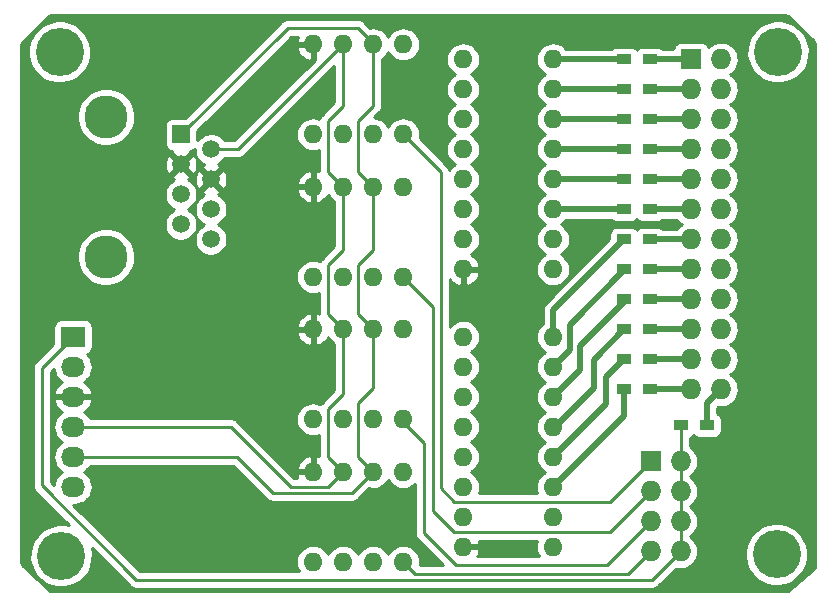
<source format=gbr>
G04 #@! TF.FileFunction,Copper,L1,Top,Signal*
%FSLAX46Y46*%
G04 Gerber Fmt 4.6, Leading zero omitted, Abs format (unit mm)*
G04 Created by KiCad (PCBNEW 4.0.6) date Tuesday, 06 June 2017 'AMt' 07:50:46*
%MOMM*%
%LPD*%
G01*
G04 APERTURE LIST*
%ADD10C,0.100000*%
%ADD11C,4.064000*%
%ADD12R,2.032000X1.727200*%
%ADD13O,2.032000X1.727200*%
%ADD14R,1.727200X1.727200*%
%ADD15O,1.727200X1.727200*%
%ADD16R,1.200000X0.900000*%
%ADD17O,1.600000X1.600000*%
%ADD18C,3.649980*%
%ADD19R,1.501140X1.501140*%
%ADD20C,1.501140*%
%ADD21C,0.600000*%
%ADD22C,0.500000*%
%ADD23C,0.250000*%
%ADD24C,0.254000*%
G04 APERTURE END LIST*
D10*
D11*
X180340000Y-77470000D03*
X180213000Y-120015000D03*
X119634000Y-120142000D03*
D12*
X120650000Y-101600000D03*
D13*
X120650000Y-104140000D03*
X120650000Y-106680000D03*
X120650000Y-109220000D03*
X120650000Y-111760000D03*
X120650000Y-114300000D03*
D14*
X172974000Y-78105000D03*
D15*
X175514000Y-78105000D03*
X172974000Y-80645000D03*
X175514000Y-80645000D03*
X172974000Y-83185000D03*
X175514000Y-83185000D03*
X172974000Y-85725000D03*
X175514000Y-85725000D03*
X172974000Y-88265000D03*
X175514000Y-88265000D03*
X172974000Y-90805000D03*
X175514000Y-90805000D03*
X172974000Y-93345000D03*
X175514000Y-93345000D03*
X172974000Y-95885000D03*
X175514000Y-95885000D03*
X172974000Y-98425000D03*
X175514000Y-98425000D03*
X172974000Y-100965000D03*
X175514000Y-100965000D03*
X172974000Y-103505000D03*
X175514000Y-103505000D03*
X172974000Y-106045000D03*
X175514000Y-106045000D03*
D16*
X169502000Y-78105000D03*
X167302000Y-78105000D03*
X169502000Y-80645000D03*
X167302000Y-80645000D03*
X169502000Y-83185000D03*
X167302000Y-83185000D03*
X169502000Y-85725000D03*
X167302000Y-85725000D03*
X169502000Y-88265000D03*
X167302000Y-88265000D03*
X169502000Y-90805000D03*
X167302000Y-90805000D03*
X169502000Y-93345000D03*
X167302000Y-93345000D03*
X169502000Y-95885000D03*
X167302000Y-95885000D03*
X169502000Y-98425000D03*
X167302000Y-98425000D03*
X169502000Y-100965000D03*
X167302000Y-100965000D03*
X169502000Y-103505000D03*
X167302000Y-103505000D03*
X169502000Y-106045000D03*
X167302000Y-106045000D03*
D17*
X140970000Y-84455000D03*
X143510000Y-84455000D03*
X146050000Y-84455000D03*
X148590000Y-84455000D03*
X148590000Y-76835000D03*
X146050000Y-76835000D03*
X143510000Y-76835000D03*
X140970000Y-76835000D03*
X140970000Y-96520000D03*
X143510000Y-96520000D03*
X146050000Y-96520000D03*
X148590000Y-96520000D03*
X148590000Y-88900000D03*
X146050000Y-88900000D03*
X143510000Y-88900000D03*
X140970000Y-88900000D03*
X140970000Y-108585000D03*
X143510000Y-108585000D03*
X146050000Y-108585000D03*
X148590000Y-108585000D03*
X148590000Y-100965000D03*
X146050000Y-100965000D03*
X143510000Y-100965000D03*
X140970000Y-100965000D03*
X140970000Y-120650000D03*
X143510000Y-120650000D03*
X146050000Y-120650000D03*
X148590000Y-120650000D03*
X148590000Y-113030000D03*
X146050000Y-113030000D03*
X143510000Y-113030000D03*
X140970000Y-113030000D03*
X153670000Y-78105000D03*
X153670000Y-80645000D03*
X153670000Y-83185000D03*
X153670000Y-85725000D03*
X153670000Y-88265000D03*
X153670000Y-90805000D03*
X153670000Y-93345000D03*
X153670000Y-95885000D03*
X161290000Y-95885000D03*
X161290000Y-93345000D03*
X161290000Y-90805000D03*
X161290000Y-88265000D03*
X161290000Y-85725000D03*
X161290000Y-83185000D03*
X161290000Y-80645000D03*
X161290000Y-78105000D03*
X153670000Y-101600000D03*
X153670000Y-104140000D03*
X153670000Y-106680000D03*
X153670000Y-109220000D03*
X153670000Y-111760000D03*
X153670000Y-114300000D03*
X153670000Y-116840000D03*
X153670000Y-119380000D03*
X161290000Y-119380000D03*
X161290000Y-116840000D03*
X161290000Y-114300000D03*
X161290000Y-111760000D03*
X161290000Y-109220000D03*
X161290000Y-106680000D03*
X161290000Y-104140000D03*
X161290000Y-101600000D03*
D14*
X169545000Y-112141000D03*
D15*
X172085000Y-112141000D03*
X169545000Y-114681000D03*
X172085000Y-114681000D03*
X169545000Y-117221000D03*
X172085000Y-117221000D03*
X169545000Y-119761000D03*
X172085000Y-119761000D03*
D18*
X123444000Y-94838520D03*
X123444000Y-82969100D03*
D19*
X129794000Y-84455000D03*
D20*
X132334000Y-85725000D03*
X129794000Y-86995000D03*
X132334000Y-88265000D03*
X129794000Y-89535000D03*
X132334000Y-90805000D03*
X129794000Y-92075000D03*
X132334000Y-93345000D03*
D11*
X119507000Y-77470000D03*
D16*
X174328000Y-109093000D03*
X172128000Y-109093000D03*
D21*
X129286000Y-115316000D03*
D22*
X174328000Y-109093000D02*
X174328000Y-107231000D01*
X174328000Y-107231000D02*
X175514000Y-106045000D01*
D23*
X148590000Y-84455000D02*
X151511000Y-87376000D01*
X152908000Y-115570000D02*
X166116000Y-115570000D01*
X151765000Y-114427000D02*
X152908000Y-115570000D01*
X151765000Y-87630000D02*
X151765000Y-114427000D01*
X151511000Y-87376000D02*
X151765000Y-87630000D01*
X166116000Y-115570000D02*
X169545000Y-112141000D01*
D22*
X169502000Y-78105000D02*
X172974000Y-78105000D01*
X169502000Y-80645000D02*
X172974000Y-80645000D01*
X169502000Y-83185000D02*
X172974000Y-83185000D01*
X169502000Y-85725000D02*
X172974000Y-85725000D01*
X169502000Y-88265000D02*
X172974000Y-88265000D01*
X169502000Y-90805000D02*
X172974000Y-90805000D01*
X169502000Y-93345000D02*
X172974000Y-93345000D01*
X169502000Y-95885000D02*
X172974000Y-95885000D01*
X169502000Y-98425000D02*
X172974000Y-98425000D01*
X169502000Y-100965000D02*
X172974000Y-100965000D01*
X169502000Y-103505000D02*
X172974000Y-103505000D01*
X169502000Y-106045000D02*
X172974000Y-106045000D01*
X161290000Y-78105000D02*
X167302000Y-78105000D01*
X161290000Y-80645000D02*
X167302000Y-80645000D01*
X161290000Y-83185000D02*
X167302000Y-83185000D01*
X161290000Y-85725000D02*
X167302000Y-85725000D01*
X161290000Y-88265000D02*
X167302000Y-88265000D01*
X161290000Y-90805000D02*
X167302000Y-90805000D01*
X161290000Y-101600000D02*
X161290000Y-99357000D01*
X161290000Y-99357000D02*
X167302000Y-93345000D01*
X161290000Y-104140000D02*
X162687000Y-102743000D01*
X162687000Y-100584000D02*
X167302000Y-95969000D01*
X162687000Y-102743000D02*
X162687000Y-100584000D01*
X167302000Y-95969000D02*
X167302000Y-95885000D01*
X161290000Y-106680000D02*
X163576000Y-104394000D01*
X163576000Y-102362000D02*
X167302000Y-98636000D01*
X163576000Y-104394000D02*
X163576000Y-102362000D01*
X167302000Y-98636000D02*
X167302000Y-98425000D01*
X161290000Y-109220000D02*
X161417000Y-109220000D01*
X161417000Y-109220000D02*
X164719000Y-105918000D01*
X164719000Y-105918000D02*
X164719000Y-103548000D01*
X164719000Y-103548000D02*
X167302000Y-100965000D01*
X167302000Y-103505000D02*
X167259000Y-103505000D01*
X167259000Y-103505000D02*
X165735000Y-105029000D01*
X165735000Y-105029000D02*
X165735000Y-107315000D01*
X165735000Y-107315000D02*
X161290000Y-111760000D01*
X161290000Y-114300000D02*
X167259000Y-108331000D01*
X167259000Y-108331000D02*
X167259000Y-106088000D01*
X167259000Y-106088000D02*
X167302000Y-106045000D01*
D23*
X148590000Y-96520000D02*
X151130000Y-99060000D01*
X152908000Y-118110000D02*
X166116000Y-118110000D01*
X151130000Y-116332000D02*
X152908000Y-118110000D01*
X151130000Y-99060000D02*
X151130000Y-116332000D01*
X166116000Y-118110000D02*
X169545000Y-114681000D01*
X148590000Y-108839000D02*
X150368000Y-110617000D01*
X150368000Y-110617000D02*
X150368000Y-118237000D01*
X150368000Y-118237000D02*
X153035000Y-120904000D01*
X153035000Y-120904000D02*
X165862000Y-120904000D01*
X165862000Y-120904000D02*
X169545000Y-117221000D01*
X148590000Y-108585000D02*
X148590000Y-108839000D01*
X148590000Y-120650000D02*
X149606000Y-121666000D01*
X149606000Y-121666000D02*
X167640000Y-121666000D01*
X167640000Y-121666000D02*
X169545000Y-119761000D01*
X172085000Y-112141000D02*
X172085000Y-109136000D01*
X172085000Y-109136000D02*
X172128000Y-109093000D01*
X172085000Y-109136000D02*
X172128000Y-109093000D01*
X172085000Y-119761000D02*
X169672000Y-122174000D01*
X117983000Y-104267000D02*
X117983000Y-114173000D01*
X117983000Y-114173000D02*
X125984000Y-122174000D01*
X125984000Y-122174000D02*
X169672000Y-122174000D01*
X117983000Y-104267000D02*
X120650000Y-101600000D01*
X172085000Y-119761000D02*
X172085000Y-117221000D01*
X172085000Y-117221000D02*
X172085000Y-114681000D01*
X172085000Y-114681000D02*
X172085000Y-112141000D01*
X120650000Y-111760000D02*
X134493000Y-111760000D01*
X144272000Y-114808000D02*
X146050000Y-113030000D01*
X137541000Y-114808000D02*
X144272000Y-114808000D01*
X134493000Y-111760000D02*
X137541000Y-114808000D01*
X146050000Y-76835000D02*
X146050000Y-76708000D01*
X146050000Y-76708000D02*
X144780000Y-75438000D01*
X138811000Y-75438000D02*
X129794000Y-84455000D01*
X144780000Y-75438000D02*
X138811000Y-75438000D01*
X146050000Y-100965000D02*
X146050000Y-105918000D01*
X144780000Y-111760000D02*
X146050000Y-113030000D01*
X144780000Y-107188000D02*
X144780000Y-111760000D01*
X146050000Y-105918000D02*
X144780000Y-107188000D01*
X146050000Y-88900000D02*
X146050000Y-94234000D01*
X144780000Y-99695000D02*
X146050000Y-100965000D01*
X144780000Y-95504000D02*
X144780000Y-99695000D01*
X146050000Y-94234000D02*
X144780000Y-95504000D01*
X146050000Y-76835000D02*
X146050000Y-82042000D01*
X144780000Y-87630000D02*
X146050000Y-88900000D01*
X144780000Y-83312000D02*
X144780000Y-87630000D01*
X146050000Y-82042000D02*
X144780000Y-83312000D01*
X132334000Y-85725000D02*
X134620000Y-85725000D01*
X120650000Y-109220000D02*
X133985000Y-109220000D01*
X142240000Y-114300000D02*
X143510000Y-113030000D01*
X139065000Y-114300000D02*
X142240000Y-114300000D01*
X133985000Y-109220000D02*
X139065000Y-114300000D01*
X134620000Y-85725000D02*
X143510000Y-76835000D01*
X143510000Y-100965000D02*
X143510000Y-106426000D01*
X142240000Y-111760000D02*
X143510000Y-113030000D01*
X142240000Y-107696000D02*
X142240000Y-111760000D01*
X143510000Y-106426000D02*
X142240000Y-107696000D01*
X143510000Y-88900000D02*
X143510000Y-94234000D01*
X142240000Y-99695000D02*
X143510000Y-100965000D01*
X142240000Y-95504000D02*
X142240000Y-99695000D01*
X143510000Y-94234000D02*
X142240000Y-95504000D01*
X143510000Y-76835000D02*
X143510000Y-82042000D01*
X142240000Y-87630000D02*
X143510000Y-88900000D01*
X142240000Y-83312000D02*
X142240000Y-87630000D01*
X143510000Y-82042000D02*
X142240000Y-83312000D01*
D24*
G36*
X181152101Y-74390769D02*
X183406547Y-76532491D01*
X183440000Y-76850773D01*
X183440000Y-121163021D01*
X181143554Y-123115000D01*
X118779729Y-123115000D01*
X118689127Y-123106117D01*
X116312745Y-120945770D01*
X116280000Y-120634228D01*
X116280000Y-120366249D01*
X116963495Y-120366249D01*
X117057911Y-120880682D01*
X117250450Y-121366979D01*
X117533777Y-121806616D01*
X117897101Y-122182850D01*
X118326583Y-122481347D01*
X118805864Y-122690740D01*
X119316689Y-122803052D01*
X119839600Y-122814006D01*
X120354679Y-122723183D01*
X120842309Y-122534044D01*
X121283914Y-122253793D01*
X121662674Y-121893104D01*
X121964163Y-121465717D01*
X122176897Y-120987909D01*
X122292772Y-120477881D01*
X122301114Y-119880487D01*
X122223449Y-119488251D01*
X125446599Y-122711401D01*
X125500855Y-122755968D01*
X125554625Y-122801086D01*
X125558126Y-122803011D01*
X125561215Y-122805548D01*
X125623102Y-122838732D01*
X125684604Y-122872543D01*
X125688412Y-122873751D01*
X125691935Y-122875640D01*
X125759077Y-122896167D01*
X125825987Y-122917392D01*
X125829959Y-122917838D01*
X125833781Y-122919006D01*
X125903649Y-122926103D01*
X125973389Y-122933926D01*
X125981194Y-122933980D01*
X125981347Y-122933996D01*
X125981490Y-122933982D01*
X125984000Y-122934000D01*
X169672000Y-122934000D01*
X169741877Y-122927149D01*
X169811803Y-122921031D01*
X169815641Y-122919916D01*
X169819618Y-122919526D01*
X169886821Y-122899236D01*
X169954240Y-122879649D01*
X169957788Y-122877810D01*
X169961613Y-122876655D01*
X170023591Y-122843701D01*
X170085925Y-122811390D01*
X170089048Y-122808897D01*
X170092578Y-122807020D01*
X170146987Y-122762645D01*
X170201846Y-122718852D01*
X170207406Y-122713369D01*
X170207522Y-122713274D01*
X170207611Y-122713166D01*
X170209401Y-122711401D01*
X171711343Y-121209459D01*
X171766173Y-121226852D01*
X172056825Y-121259454D01*
X172077749Y-121259600D01*
X172092251Y-121259600D01*
X172383331Y-121231059D01*
X172663323Y-121146525D01*
X172921564Y-121009216D01*
X173148216Y-120824363D01*
X173334647Y-120599006D01*
X173473755Y-120341731D01*
X173505478Y-120239249D01*
X177542495Y-120239249D01*
X177636911Y-120753682D01*
X177829450Y-121239979D01*
X178112777Y-121679616D01*
X178476101Y-122055850D01*
X178905583Y-122354347D01*
X179384864Y-122563740D01*
X179895689Y-122676052D01*
X180418600Y-122687006D01*
X180933679Y-122596183D01*
X181421309Y-122407044D01*
X181862914Y-122126793D01*
X182241674Y-121766104D01*
X182543163Y-121338717D01*
X182755897Y-120860909D01*
X182871772Y-120350881D01*
X182880114Y-119753487D01*
X182778524Y-119240423D01*
X182579215Y-118756861D01*
X182289777Y-118321222D01*
X181921235Y-117950098D01*
X181487627Y-117657626D01*
X181005469Y-117454946D01*
X180493126Y-117349777D01*
X179970113Y-117346125D01*
X179456352Y-117444131D01*
X178971411Y-117640059D01*
X178533762Y-117926449D01*
X178160074Y-118292391D01*
X177864582Y-118723946D01*
X177658541Y-119204678D01*
X177549797Y-119716274D01*
X177542495Y-120239249D01*
X173505478Y-120239249D01*
X173560242Y-120062335D01*
X173590814Y-119771462D01*
X173564307Y-119480190D01*
X173481729Y-119199615D01*
X173346226Y-118940422D01*
X173162960Y-118712485D01*
X172938911Y-118524485D01*
X172879276Y-118491701D01*
X172921564Y-118469216D01*
X173148216Y-118284363D01*
X173334647Y-118059006D01*
X173473755Y-117801731D01*
X173560242Y-117522335D01*
X173590814Y-117231462D01*
X173564307Y-116940190D01*
X173481729Y-116659615D01*
X173346226Y-116400422D01*
X173162960Y-116172485D01*
X172938911Y-115984485D01*
X172879276Y-115951701D01*
X172921564Y-115929216D01*
X173148216Y-115744363D01*
X173334647Y-115519006D01*
X173473755Y-115261731D01*
X173560242Y-114982335D01*
X173590814Y-114691462D01*
X173564307Y-114400190D01*
X173481729Y-114119615D01*
X173346226Y-113860422D01*
X173162960Y-113632485D01*
X172938911Y-113444485D01*
X172879276Y-113411701D01*
X172921564Y-113389216D01*
X173148216Y-113204363D01*
X173334647Y-112979006D01*
X173473755Y-112721731D01*
X173560242Y-112442335D01*
X173590814Y-112151462D01*
X173564307Y-111860190D01*
X173481729Y-111579615D01*
X173346226Y-111320422D01*
X173162960Y-111092485D01*
X172938911Y-110904485D01*
X172845000Y-110852857D01*
X172845000Y-110168091D01*
X173000634Y-110119894D01*
X173150559Y-110021100D01*
X173227225Y-109931148D01*
X173249900Y-109965559D01*
X173386550Y-110082025D01*
X173550237Y-110155810D01*
X173728000Y-110181072D01*
X174928000Y-110181072D01*
X175029121Y-110173008D01*
X175200634Y-110119894D01*
X175350559Y-110021100D01*
X175467025Y-109884450D01*
X175540810Y-109720763D01*
X175566072Y-109543000D01*
X175566072Y-108643000D01*
X175558008Y-108541879D01*
X175504894Y-108370366D01*
X175406100Y-108220441D01*
X175269450Y-108103975D01*
X175213000Y-108078529D01*
X175213000Y-107597580D01*
X175289183Y-107521397D01*
X175485825Y-107543454D01*
X175506749Y-107543600D01*
X175521251Y-107543600D01*
X175812331Y-107515059D01*
X176092323Y-107430525D01*
X176350564Y-107293216D01*
X176577216Y-107108363D01*
X176763647Y-106883006D01*
X176902755Y-106625731D01*
X176989242Y-106346335D01*
X177019814Y-106055462D01*
X176993307Y-105764190D01*
X176910729Y-105483615D01*
X176775226Y-105224422D01*
X176591960Y-104996485D01*
X176367911Y-104808485D01*
X176308276Y-104775701D01*
X176350564Y-104753216D01*
X176577216Y-104568363D01*
X176763647Y-104343006D01*
X176902755Y-104085731D01*
X176989242Y-103806335D01*
X177019814Y-103515462D01*
X176993307Y-103224190D01*
X176910729Y-102943615D01*
X176775226Y-102684422D01*
X176591960Y-102456485D01*
X176367911Y-102268485D01*
X176308276Y-102235701D01*
X176350564Y-102213216D01*
X176577216Y-102028363D01*
X176763647Y-101803006D01*
X176902755Y-101545731D01*
X176989242Y-101266335D01*
X177019814Y-100975462D01*
X176993307Y-100684190D01*
X176910729Y-100403615D01*
X176775226Y-100144422D01*
X176591960Y-99916485D01*
X176367911Y-99728485D01*
X176308276Y-99695701D01*
X176350564Y-99673216D01*
X176577216Y-99488363D01*
X176763647Y-99263006D01*
X176902755Y-99005731D01*
X176989242Y-98726335D01*
X177019814Y-98435462D01*
X176993307Y-98144190D01*
X176910729Y-97863615D01*
X176775226Y-97604422D01*
X176591960Y-97376485D01*
X176367911Y-97188485D01*
X176308276Y-97155701D01*
X176350564Y-97133216D01*
X176577216Y-96948363D01*
X176763647Y-96723006D01*
X176902755Y-96465731D01*
X176989242Y-96186335D01*
X177019814Y-95895462D01*
X176993307Y-95604190D01*
X176910729Y-95323615D01*
X176775226Y-95064422D01*
X176591960Y-94836485D01*
X176367911Y-94648485D01*
X176308276Y-94615701D01*
X176350564Y-94593216D01*
X176577216Y-94408363D01*
X176763647Y-94183006D01*
X176902755Y-93925731D01*
X176989242Y-93646335D01*
X177019814Y-93355462D01*
X176993307Y-93064190D01*
X176910729Y-92783615D01*
X176775226Y-92524422D01*
X176591960Y-92296485D01*
X176367911Y-92108485D01*
X176308276Y-92075701D01*
X176350564Y-92053216D01*
X176577216Y-91868363D01*
X176763647Y-91643006D01*
X176902755Y-91385731D01*
X176989242Y-91106335D01*
X177019814Y-90815462D01*
X176993307Y-90524190D01*
X176910729Y-90243615D01*
X176775226Y-89984422D01*
X176591960Y-89756485D01*
X176367911Y-89568485D01*
X176308276Y-89535701D01*
X176350564Y-89513216D01*
X176577216Y-89328363D01*
X176763647Y-89103006D01*
X176902755Y-88845731D01*
X176989242Y-88566335D01*
X177019814Y-88275462D01*
X176993307Y-87984190D01*
X176910729Y-87703615D01*
X176775226Y-87444422D01*
X176591960Y-87216485D01*
X176367911Y-87028485D01*
X176308276Y-86995701D01*
X176350564Y-86973216D01*
X176577216Y-86788363D01*
X176763647Y-86563006D01*
X176902755Y-86305731D01*
X176989242Y-86026335D01*
X177019814Y-85735462D01*
X176993307Y-85444190D01*
X176910729Y-85163615D01*
X176775226Y-84904422D01*
X176591960Y-84676485D01*
X176367911Y-84488485D01*
X176308276Y-84455701D01*
X176350564Y-84433216D01*
X176577216Y-84248363D01*
X176763647Y-84023006D01*
X176902755Y-83765731D01*
X176989242Y-83486335D01*
X177019814Y-83195462D01*
X176993307Y-82904190D01*
X176910729Y-82623615D01*
X176775226Y-82364422D01*
X176591960Y-82136485D01*
X176367911Y-81948485D01*
X176308276Y-81915701D01*
X176350564Y-81893216D01*
X176577216Y-81708363D01*
X176763647Y-81483006D01*
X176902755Y-81225731D01*
X176989242Y-80946335D01*
X177019814Y-80655462D01*
X176993307Y-80364190D01*
X176910729Y-80083615D01*
X176775226Y-79824422D01*
X176591960Y-79596485D01*
X176367911Y-79408485D01*
X176308276Y-79375701D01*
X176350564Y-79353216D01*
X176577216Y-79168363D01*
X176763647Y-78943006D01*
X176902755Y-78685731D01*
X176989242Y-78406335D01*
X177019814Y-78115462D01*
X176993307Y-77824190D01*
X176955064Y-77694249D01*
X177669495Y-77694249D01*
X177763911Y-78208682D01*
X177956450Y-78694979D01*
X178239777Y-79134616D01*
X178603101Y-79510850D01*
X179032583Y-79809347D01*
X179511864Y-80018740D01*
X180022689Y-80131052D01*
X180545600Y-80142006D01*
X181060679Y-80051183D01*
X181548309Y-79862044D01*
X181989914Y-79581793D01*
X182368674Y-79221104D01*
X182670163Y-78793717D01*
X182882897Y-78315909D01*
X182998772Y-77805881D01*
X183007114Y-77208487D01*
X182905524Y-76695423D01*
X182706215Y-76211861D01*
X182416777Y-75776222D01*
X182048235Y-75405098D01*
X181614627Y-75112626D01*
X181132469Y-74909946D01*
X180620126Y-74804777D01*
X180097113Y-74801125D01*
X179583352Y-74899131D01*
X179098411Y-75095059D01*
X178660762Y-75381449D01*
X178287074Y-75747391D01*
X177991582Y-76178946D01*
X177785541Y-76659678D01*
X177676797Y-77171274D01*
X177669495Y-77694249D01*
X176955064Y-77694249D01*
X176910729Y-77543615D01*
X176775226Y-77284422D01*
X176591960Y-77056485D01*
X176367911Y-76868485D01*
X176111612Y-76727584D01*
X175832827Y-76639148D01*
X175542175Y-76606546D01*
X175521251Y-76606400D01*
X175506749Y-76606400D01*
X175215669Y-76634941D01*
X174935677Y-76719475D01*
X174677436Y-76856784D01*
X174450784Y-77041637D01*
X174440799Y-77053707D01*
X174414494Y-76968766D01*
X174315700Y-76818841D01*
X174179050Y-76702375D01*
X174015363Y-76628590D01*
X173837600Y-76603328D01*
X172110400Y-76603328D01*
X172009279Y-76611392D01*
X171837766Y-76664506D01*
X171687841Y-76763300D01*
X171571375Y-76899950D01*
X171497590Y-77063637D01*
X171475369Y-77220000D01*
X170565503Y-77220000D01*
X170443450Y-77115975D01*
X170279763Y-77042190D01*
X170102000Y-77016928D01*
X168902000Y-77016928D01*
X168800879Y-77024992D01*
X168629366Y-77078106D01*
X168479441Y-77176900D01*
X168402775Y-77266852D01*
X168380100Y-77232441D01*
X168243450Y-77115975D01*
X168079763Y-77042190D01*
X167902000Y-77016928D01*
X166702000Y-77016928D01*
X166600879Y-77024992D01*
X166429366Y-77078106D01*
X166279441Y-77176900D01*
X166242707Y-77220000D01*
X162417903Y-77220000D01*
X162322211Y-77100983D01*
X162107671Y-76920962D01*
X161862250Y-76786041D01*
X161595296Y-76701358D01*
X161316979Y-76670140D01*
X161296943Y-76670000D01*
X161283057Y-76670000D01*
X161004331Y-76697329D01*
X160736221Y-76778276D01*
X160488940Y-76909758D01*
X160271907Y-77086766D01*
X160093388Y-77302558D01*
X159960183Y-77548915D01*
X159877367Y-77816453D01*
X159848092Y-78094982D01*
X159873475Y-78373892D01*
X159952548Y-78642560D01*
X160082300Y-78890753D01*
X160257789Y-79109017D01*
X160472329Y-79289038D01*
X160629109Y-79375228D01*
X160488940Y-79449758D01*
X160271907Y-79626766D01*
X160093388Y-79842558D01*
X159960183Y-80088915D01*
X159877367Y-80356453D01*
X159848092Y-80634982D01*
X159873475Y-80913892D01*
X159952548Y-81182560D01*
X160082300Y-81430753D01*
X160257789Y-81649017D01*
X160472329Y-81829038D01*
X160629109Y-81915228D01*
X160488940Y-81989758D01*
X160271907Y-82166766D01*
X160093388Y-82382558D01*
X159960183Y-82628915D01*
X159877367Y-82896453D01*
X159848092Y-83174982D01*
X159873475Y-83453892D01*
X159952548Y-83722560D01*
X160082300Y-83970753D01*
X160257789Y-84189017D01*
X160472329Y-84369038D01*
X160629109Y-84455228D01*
X160488940Y-84529758D01*
X160271907Y-84706766D01*
X160093388Y-84922558D01*
X159960183Y-85168915D01*
X159877367Y-85436453D01*
X159848092Y-85714982D01*
X159873475Y-85993892D01*
X159952548Y-86262560D01*
X160082300Y-86510753D01*
X160257789Y-86729017D01*
X160472329Y-86909038D01*
X160629109Y-86995228D01*
X160488940Y-87069758D01*
X160271907Y-87246766D01*
X160093388Y-87462558D01*
X159960183Y-87708915D01*
X159877367Y-87976453D01*
X159848092Y-88254982D01*
X159873475Y-88533892D01*
X159952548Y-88802560D01*
X160082300Y-89050753D01*
X160257789Y-89269017D01*
X160472329Y-89449038D01*
X160629109Y-89535228D01*
X160488940Y-89609758D01*
X160271907Y-89786766D01*
X160093388Y-90002558D01*
X159960183Y-90248915D01*
X159877367Y-90516453D01*
X159848092Y-90794982D01*
X159873475Y-91073892D01*
X159952548Y-91342560D01*
X160082300Y-91590753D01*
X160257789Y-91809017D01*
X160472329Y-91989038D01*
X160629109Y-92075228D01*
X160488940Y-92149758D01*
X160271907Y-92326766D01*
X160093388Y-92542558D01*
X159960183Y-92788915D01*
X159877367Y-93056453D01*
X159848092Y-93334982D01*
X159873475Y-93613892D01*
X159952548Y-93882560D01*
X160082300Y-94130753D01*
X160257789Y-94349017D01*
X160472329Y-94529038D01*
X160629109Y-94615228D01*
X160488940Y-94689758D01*
X160271907Y-94866766D01*
X160093388Y-95082558D01*
X159960183Y-95328915D01*
X159877367Y-95596453D01*
X159848092Y-95874982D01*
X159873475Y-96153892D01*
X159952548Y-96422560D01*
X160082300Y-96670753D01*
X160257789Y-96889017D01*
X160472329Y-97069038D01*
X160717750Y-97203959D01*
X160984704Y-97288642D01*
X161263021Y-97319860D01*
X161283057Y-97320000D01*
X161296943Y-97320000D01*
X161575669Y-97292671D01*
X161843779Y-97211724D01*
X162091060Y-97080242D01*
X162308093Y-96903234D01*
X162486612Y-96687442D01*
X162619817Y-96441085D01*
X162702633Y-96173547D01*
X162731908Y-95895018D01*
X162706525Y-95616108D01*
X162627452Y-95347440D01*
X162497700Y-95099247D01*
X162322211Y-94880983D01*
X162107671Y-94700962D01*
X161950891Y-94614772D01*
X162091060Y-94540242D01*
X162308093Y-94363234D01*
X162486612Y-94147442D01*
X162619817Y-93901085D01*
X162702633Y-93633547D01*
X162731908Y-93355018D01*
X162706525Y-93076108D01*
X162627452Y-92807440D01*
X162497700Y-92559247D01*
X162322211Y-92340983D01*
X162107671Y-92160962D01*
X161950891Y-92074772D01*
X162091060Y-92000242D01*
X162308093Y-91823234D01*
X162418314Y-91690000D01*
X166238497Y-91690000D01*
X166360550Y-91794025D01*
X166524237Y-91867810D01*
X166702000Y-91893072D01*
X167902000Y-91893072D01*
X168003121Y-91885008D01*
X168174634Y-91831894D01*
X168324559Y-91733100D01*
X168401225Y-91643148D01*
X168423900Y-91677559D01*
X168560550Y-91794025D01*
X168724237Y-91867810D01*
X168902000Y-91893072D01*
X170102000Y-91893072D01*
X170203121Y-91885008D01*
X170374634Y-91831894D01*
X170524559Y-91733100D01*
X170561293Y-91690000D01*
X171764571Y-91690000D01*
X171896040Y-91853515D01*
X172120089Y-92041515D01*
X172179724Y-92074299D01*
X172137436Y-92096784D01*
X171910784Y-92281637D01*
X171763230Y-92460000D01*
X170565503Y-92460000D01*
X170443450Y-92355975D01*
X170279763Y-92282190D01*
X170102000Y-92256928D01*
X168902000Y-92256928D01*
X168800879Y-92264992D01*
X168629366Y-92318106D01*
X168479441Y-92416900D01*
X168402775Y-92506852D01*
X168380100Y-92472441D01*
X168243450Y-92355975D01*
X168079763Y-92282190D01*
X167902000Y-92256928D01*
X166702000Y-92256928D01*
X166600879Y-92264992D01*
X166429366Y-92318106D01*
X166279441Y-92416900D01*
X166162975Y-92553550D01*
X166089190Y-92717237D01*
X166063928Y-92895000D01*
X166063928Y-93331493D01*
X160664210Y-98731210D01*
X160612284Y-98794426D01*
X160559775Y-98857004D01*
X160557534Y-98861081D01*
X160554579Y-98864678D01*
X160515957Y-98936708D01*
X160476565Y-99008361D01*
X160475157Y-99012800D01*
X160472959Y-99016899D01*
X160449073Y-99095026D01*
X160424339Y-99172998D01*
X160423820Y-99177626D01*
X160422460Y-99182074D01*
X160414206Y-99263339D01*
X160405086Y-99344643D01*
X160405023Y-99353747D01*
X160405006Y-99353911D01*
X160405020Y-99354064D01*
X160405000Y-99357000D01*
X160405000Y-100473218D01*
X160271907Y-100581766D01*
X160093388Y-100797558D01*
X159960183Y-101043915D01*
X159877367Y-101311453D01*
X159848092Y-101589982D01*
X159873475Y-101868892D01*
X159952548Y-102137560D01*
X160082300Y-102385753D01*
X160257789Y-102604017D01*
X160472329Y-102784038D01*
X160629109Y-102870228D01*
X160488940Y-102944758D01*
X160271907Y-103121766D01*
X160093388Y-103337558D01*
X159960183Y-103583915D01*
X159877367Y-103851453D01*
X159848092Y-104129982D01*
X159873475Y-104408892D01*
X159952548Y-104677560D01*
X160082300Y-104925753D01*
X160257789Y-105144017D01*
X160472329Y-105324038D01*
X160629109Y-105410228D01*
X160488940Y-105484758D01*
X160271907Y-105661766D01*
X160093388Y-105877558D01*
X159960183Y-106123915D01*
X159877367Y-106391453D01*
X159848092Y-106669982D01*
X159873475Y-106948892D01*
X159952548Y-107217560D01*
X160082300Y-107465753D01*
X160257789Y-107684017D01*
X160472329Y-107864038D01*
X160629109Y-107950228D01*
X160488940Y-108024758D01*
X160271907Y-108201766D01*
X160093388Y-108417558D01*
X159960183Y-108663915D01*
X159877367Y-108931453D01*
X159848092Y-109209982D01*
X159873475Y-109488892D01*
X159952548Y-109757560D01*
X160082300Y-110005753D01*
X160257789Y-110224017D01*
X160472329Y-110404038D01*
X160629109Y-110490228D01*
X160488940Y-110564758D01*
X160271907Y-110741766D01*
X160093388Y-110957558D01*
X159960183Y-111203915D01*
X159877367Y-111471453D01*
X159848092Y-111749982D01*
X159873475Y-112028892D01*
X159952548Y-112297560D01*
X160082300Y-112545753D01*
X160257789Y-112764017D01*
X160472329Y-112944038D01*
X160629109Y-113030228D01*
X160488940Y-113104758D01*
X160271907Y-113281766D01*
X160093388Y-113497558D01*
X159960183Y-113743915D01*
X159877367Y-114011453D01*
X159848092Y-114289982D01*
X159873475Y-114568892D01*
X159944437Y-114810000D01*
X155014083Y-114810000D01*
X155082633Y-114588547D01*
X155111908Y-114310018D01*
X155086525Y-114031108D01*
X155007452Y-113762440D01*
X154877700Y-113514247D01*
X154702211Y-113295983D01*
X154487671Y-113115962D01*
X154330891Y-113029772D01*
X154471060Y-112955242D01*
X154688093Y-112778234D01*
X154866612Y-112562442D01*
X154999817Y-112316085D01*
X155082633Y-112048547D01*
X155111908Y-111770018D01*
X155086525Y-111491108D01*
X155007452Y-111222440D01*
X154877700Y-110974247D01*
X154702211Y-110755983D01*
X154487671Y-110575962D01*
X154330891Y-110489772D01*
X154471060Y-110415242D01*
X154688093Y-110238234D01*
X154866612Y-110022442D01*
X154999817Y-109776085D01*
X155082633Y-109508547D01*
X155111908Y-109230018D01*
X155086525Y-108951108D01*
X155007452Y-108682440D01*
X154877700Y-108434247D01*
X154702211Y-108215983D01*
X154487671Y-108035962D01*
X154330891Y-107949772D01*
X154471060Y-107875242D01*
X154688093Y-107698234D01*
X154866612Y-107482442D01*
X154999817Y-107236085D01*
X155082633Y-106968547D01*
X155111908Y-106690018D01*
X155086525Y-106411108D01*
X155007452Y-106142440D01*
X154877700Y-105894247D01*
X154702211Y-105675983D01*
X154487671Y-105495962D01*
X154330891Y-105409772D01*
X154471060Y-105335242D01*
X154688093Y-105158234D01*
X154866612Y-104942442D01*
X154999817Y-104696085D01*
X155082633Y-104428547D01*
X155111908Y-104150018D01*
X155086525Y-103871108D01*
X155007452Y-103602440D01*
X154877700Y-103354247D01*
X154702211Y-103135983D01*
X154487671Y-102955962D01*
X154330891Y-102869772D01*
X154471060Y-102795242D01*
X154688093Y-102618234D01*
X154866612Y-102402442D01*
X154999817Y-102156085D01*
X155082633Y-101888547D01*
X155111908Y-101610018D01*
X155086525Y-101331108D01*
X155007452Y-101062440D01*
X154877700Y-100814247D01*
X154702211Y-100595983D01*
X154487671Y-100415962D01*
X154242250Y-100281041D01*
X153975296Y-100196358D01*
X153696979Y-100165140D01*
X153676943Y-100165000D01*
X153663057Y-100165000D01*
X153384331Y-100192329D01*
X153116221Y-100273276D01*
X152868940Y-100404758D01*
X152651907Y-100581766D01*
X152525000Y-100735170D01*
X152525000Y-96738490D01*
X152606481Y-96848414D01*
X152814869Y-97037385D01*
X153056119Y-97182070D01*
X153320960Y-97276909D01*
X153543000Y-97155624D01*
X153543000Y-96012000D01*
X153797000Y-96012000D01*
X153797000Y-97155624D01*
X154019040Y-97276909D01*
X154283881Y-97182070D01*
X154525131Y-97037385D01*
X154733519Y-96848414D01*
X154901037Y-96622420D01*
X155021246Y-96368087D01*
X155061904Y-96234039D01*
X154939915Y-96012000D01*
X153797000Y-96012000D01*
X153543000Y-96012000D01*
X153523000Y-96012000D01*
X153523000Y-95758000D01*
X153543000Y-95758000D01*
X153543000Y-95738000D01*
X153797000Y-95738000D01*
X153797000Y-95758000D01*
X154939915Y-95758000D01*
X155061904Y-95535961D01*
X155021246Y-95401913D01*
X154901037Y-95147580D01*
X154733519Y-94921586D01*
X154525131Y-94732615D01*
X154329696Y-94615407D01*
X154471060Y-94540242D01*
X154688093Y-94363234D01*
X154866612Y-94147442D01*
X154999817Y-93901085D01*
X155082633Y-93633547D01*
X155111908Y-93355018D01*
X155086525Y-93076108D01*
X155007452Y-92807440D01*
X154877700Y-92559247D01*
X154702211Y-92340983D01*
X154487671Y-92160962D01*
X154330891Y-92074772D01*
X154471060Y-92000242D01*
X154688093Y-91823234D01*
X154866612Y-91607442D01*
X154999817Y-91361085D01*
X155082633Y-91093547D01*
X155111908Y-90815018D01*
X155086525Y-90536108D01*
X155007452Y-90267440D01*
X154877700Y-90019247D01*
X154702211Y-89800983D01*
X154487671Y-89620962D01*
X154330891Y-89534772D01*
X154471060Y-89460242D01*
X154688093Y-89283234D01*
X154866612Y-89067442D01*
X154999817Y-88821085D01*
X155082633Y-88553547D01*
X155111908Y-88275018D01*
X155086525Y-87996108D01*
X155007452Y-87727440D01*
X154877700Y-87479247D01*
X154702211Y-87260983D01*
X154487671Y-87080962D01*
X154330891Y-86994772D01*
X154471060Y-86920242D01*
X154688093Y-86743234D01*
X154866612Y-86527442D01*
X154999817Y-86281085D01*
X155082633Y-86013547D01*
X155111908Y-85735018D01*
X155086525Y-85456108D01*
X155007452Y-85187440D01*
X154877700Y-84939247D01*
X154702211Y-84720983D01*
X154487671Y-84540962D01*
X154330891Y-84454772D01*
X154471060Y-84380242D01*
X154688093Y-84203234D01*
X154866612Y-83987442D01*
X154999817Y-83741085D01*
X155082633Y-83473547D01*
X155111908Y-83195018D01*
X155086525Y-82916108D01*
X155007452Y-82647440D01*
X154877700Y-82399247D01*
X154702211Y-82180983D01*
X154487671Y-82000962D01*
X154330891Y-81914772D01*
X154471060Y-81840242D01*
X154688093Y-81663234D01*
X154866612Y-81447442D01*
X154999817Y-81201085D01*
X155082633Y-80933547D01*
X155111908Y-80655018D01*
X155086525Y-80376108D01*
X155007452Y-80107440D01*
X154877700Y-79859247D01*
X154702211Y-79640983D01*
X154487671Y-79460962D01*
X154330891Y-79374772D01*
X154471060Y-79300242D01*
X154688093Y-79123234D01*
X154866612Y-78907442D01*
X154999817Y-78661085D01*
X155082633Y-78393547D01*
X155111908Y-78115018D01*
X155086525Y-77836108D01*
X155007452Y-77567440D01*
X154877700Y-77319247D01*
X154702211Y-77100983D01*
X154487671Y-76920962D01*
X154242250Y-76786041D01*
X153975296Y-76701358D01*
X153696979Y-76670140D01*
X153676943Y-76670000D01*
X153663057Y-76670000D01*
X153384331Y-76697329D01*
X153116221Y-76778276D01*
X152868940Y-76909758D01*
X152651907Y-77086766D01*
X152473388Y-77302558D01*
X152340183Y-77548915D01*
X152257367Y-77816453D01*
X152228092Y-78094982D01*
X152253475Y-78373892D01*
X152332548Y-78642560D01*
X152462300Y-78890753D01*
X152637789Y-79109017D01*
X152852329Y-79289038D01*
X153009109Y-79375228D01*
X152868940Y-79449758D01*
X152651907Y-79626766D01*
X152473388Y-79842558D01*
X152340183Y-80088915D01*
X152257367Y-80356453D01*
X152228092Y-80634982D01*
X152253475Y-80913892D01*
X152332548Y-81182560D01*
X152462300Y-81430753D01*
X152637789Y-81649017D01*
X152852329Y-81829038D01*
X153009109Y-81915228D01*
X152868940Y-81989758D01*
X152651907Y-82166766D01*
X152473388Y-82382558D01*
X152340183Y-82628915D01*
X152257367Y-82896453D01*
X152228092Y-83174982D01*
X152253475Y-83453892D01*
X152332548Y-83722560D01*
X152462300Y-83970753D01*
X152637789Y-84189017D01*
X152852329Y-84369038D01*
X153009109Y-84455228D01*
X152868940Y-84529758D01*
X152651907Y-84706766D01*
X152473388Y-84922558D01*
X152340183Y-85168915D01*
X152257367Y-85436453D01*
X152228092Y-85714982D01*
X152253475Y-85993892D01*
X152332548Y-86262560D01*
X152462300Y-86510753D01*
X152637789Y-86729017D01*
X152852329Y-86909038D01*
X153009109Y-86995228D01*
X152868940Y-87069758D01*
X152651907Y-87246766D01*
X152496211Y-87434969D01*
X152490236Y-87415179D01*
X152470649Y-87347760D01*
X152468810Y-87344212D01*
X152467655Y-87340387D01*
X152434691Y-87278390D01*
X152402389Y-87216074D01*
X152399897Y-87212953D01*
X152398020Y-87209422D01*
X152353641Y-87155007D01*
X152309852Y-87100154D01*
X152304369Y-87094594D01*
X152304274Y-87094478D01*
X152304166Y-87094389D01*
X152302401Y-87092599D01*
X149987972Y-84778170D01*
X149993642Y-84760296D01*
X150024860Y-84481979D01*
X150025000Y-84461943D01*
X150025000Y-84448057D01*
X149997671Y-84169331D01*
X149916724Y-83901221D01*
X149785242Y-83653940D01*
X149608234Y-83436907D01*
X149392442Y-83258388D01*
X149146085Y-83125183D01*
X148878547Y-83042367D01*
X148600018Y-83013092D01*
X148321108Y-83038475D01*
X148052440Y-83117548D01*
X147804247Y-83247300D01*
X147585983Y-83422789D01*
X147405962Y-83637329D01*
X147319772Y-83794109D01*
X147245242Y-83653940D01*
X147068234Y-83436907D01*
X146852442Y-83258388D01*
X146606085Y-83125183D01*
X146338547Y-83042367D01*
X146144799Y-83022003D01*
X146587401Y-82579401D01*
X146631968Y-82525145D01*
X146677086Y-82471375D01*
X146679011Y-82467874D01*
X146681548Y-82464785D01*
X146714713Y-82402933D01*
X146748543Y-82341396D01*
X146749752Y-82337584D01*
X146751639Y-82334065D01*
X146772152Y-82266969D01*
X146793392Y-82200013D01*
X146793838Y-82196041D01*
X146795006Y-82192219D01*
X146802098Y-82122395D01*
X146809926Y-82052611D01*
X146809981Y-82044796D01*
X146809995Y-82044653D01*
X146809982Y-82044520D01*
X146810000Y-82042000D01*
X146810000Y-78056163D01*
X146835753Y-78042700D01*
X147054017Y-77867211D01*
X147234038Y-77652671D01*
X147320228Y-77495891D01*
X147394758Y-77636060D01*
X147571766Y-77853093D01*
X147787558Y-78031612D01*
X148033915Y-78164817D01*
X148301453Y-78247633D01*
X148579982Y-78276908D01*
X148858892Y-78251525D01*
X149127560Y-78172452D01*
X149375753Y-78042700D01*
X149594017Y-77867211D01*
X149774038Y-77652671D01*
X149908959Y-77407250D01*
X149993642Y-77140296D01*
X150024860Y-76861979D01*
X150025000Y-76841943D01*
X150025000Y-76828057D01*
X149997671Y-76549331D01*
X149916724Y-76281221D01*
X149785242Y-76033940D01*
X149608234Y-75816907D01*
X149392442Y-75638388D01*
X149146085Y-75505183D01*
X148878547Y-75422367D01*
X148600018Y-75393092D01*
X148321108Y-75418475D01*
X148052440Y-75497548D01*
X147804247Y-75627300D01*
X147585983Y-75802789D01*
X147405962Y-76017329D01*
X147319772Y-76174109D01*
X147245242Y-76033940D01*
X147068234Y-75816907D01*
X146852442Y-75638388D01*
X146606085Y-75505183D01*
X146338547Y-75422367D01*
X146060018Y-75393092D01*
X145830758Y-75413956D01*
X145317401Y-74900599D01*
X145263145Y-74856032D01*
X145209375Y-74810914D01*
X145205874Y-74808989D01*
X145202785Y-74806452D01*
X145140933Y-74773287D01*
X145079396Y-74739457D01*
X145075584Y-74738248D01*
X145072065Y-74736361D01*
X145004969Y-74715848D01*
X144938013Y-74694608D01*
X144934041Y-74694162D01*
X144930219Y-74692994D01*
X144860351Y-74685897D01*
X144790611Y-74678074D01*
X144782806Y-74678020D01*
X144782653Y-74678004D01*
X144782510Y-74678018D01*
X144780000Y-74678000D01*
X138811000Y-74678000D01*
X138741119Y-74684852D01*
X138671197Y-74690969D01*
X138667359Y-74692084D01*
X138663382Y-74692474D01*
X138596212Y-74712754D01*
X138528761Y-74732350D01*
X138525210Y-74734191D01*
X138521387Y-74735345D01*
X138459426Y-74768290D01*
X138397075Y-74800610D01*
X138393952Y-74803103D01*
X138390422Y-74804980D01*
X138335989Y-74849375D01*
X138281155Y-74893148D01*
X138275596Y-74898630D01*
X138275478Y-74898726D01*
X138275388Y-74898835D01*
X138273599Y-74900599D01*
X130107840Y-83066358D01*
X129043430Y-83066358D01*
X128942309Y-83074422D01*
X128770796Y-83127536D01*
X128620871Y-83226330D01*
X128504405Y-83362980D01*
X128430620Y-83526667D01*
X128405358Y-83704430D01*
X128405358Y-85205570D01*
X128413422Y-85306691D01*
X128466536Y-85478204D01*
X128565330Y-85628129D01*
X128701980Y-85744595D01*
X128865667Y-85818380D01*
X129043430Y-85843642D01*
X129069453Y-85843642D01*
X129016204Y-86037599D01*
X129794000Y-86815395D01*
X130571796Y-86037599D01*
X130518547Y-85843642D01*
X130544570Y-85843642D01*
X130645691Y-85835578D01*
X130817204Y-85782464D01*
X130948643Y-85695852D01*
X130946609Y-85841502D01*
X130995660Y-86108763D01*
X131095689Y-86361406D01*
X131242884Y-86589808D01*
X131431640Y-86785270D01*
X131654766Y-86940347D01*
X131776063Y-86993340D01*
X131734968Y-87008183D01*
X131621799Y-87068674D01*
X131556204Y-87307599D01*
X132334000Y-88085395D01*
X133111796Y-87307599D01*
X133046201Y-87068674D01*
X132890217Y-86995468D01*
X132961745Y-86967724D01*
X133191169Y-86822127D01*
X133387945Y-86634741D01*
X133493575Y-86485000D01*
X134620000Y-86485000D01*
X134689877Y-86478149D01*
X134759803Y-86472031D01*
X134763641Y-86470916D01*
X134767618Y-86470526D01*
X134834821Y-86450236D01*
X134902240Y-86430649D01*
X134905788Y-86428810D01*
X134909613Y-86427655D01*
X134971591Y-86394701D01*
X135033925Y-86362390D01*
X135037048Y-86359897D01*
X135040578Y-86358020D01*
X135094987Y-86313645D01*
X135149846Y-86269852D01*
X135155406Y-86264369D01*
X135155522Y-86264274D01*
X135155611Y-86264166D01*
X135157401Y-86262401D01*
X142750000Y-78669802D01*
X142750000Y-81727198D01*
X141702599Y-82774599D01*
X141658032Y-82828855D01*
X141612914Y-82882625D01*
X141610989Y-82886126D01*
X141608452Y-82889215D01*
X141575287Y-82951067D01*
X141541457Y-83012604D01*
X141540248Y-83016416D01*
X141538361Y-83019935D01*
X141517848Y-83087031D01*
X141507564Y-83119450D01*
X141258547Y-83042367D01*
X140980018Y-83013092D01*
X140701108Y-83038475D01*
X140432440Y-83117548D01*
X140184247Y-83247300D01*
X139965983Y-83422789D01*
X139785962Y-83637329D01*
X139651041Y-83882750D01*
X139566358Y-84149704D01*
X139535140Y-84428021D01*
X139535000Y-84448057D01*
X139535000Y-84461943D01*
X139562329Y-84740669D01*
X139643276Y-85008779D01*
X139774758Y-85256060D01*
X139951766Y-85473093D01*
X140167558Y-85651612D01*
X140413915Y-85784817D01*
X140681453Y-85867633D01*
X140959982Y-85896908D01*
X141238892Y-85871525D01*
X141480000Y-85800563D01*
X141480000Y-87561474D01*
X141453087Y-87548754D01*
X141319039Y-87508096D01*
X141097000Y-87630085D01*
X141097000Y-88773000D01*
X141117000Y-88773000D01*
X141117000Y-89027000D01*
X141097000Y-89027000D01*
X141097000Y-90169915D01*
X141319039Y-90291904D01*
X141453087Y-90251246D01*
X141707420Y-90131037D01*
X141933414Y-89963519D01*
X142122385Y-89755131D01*
X142239593Y-89559696D01*
X142314758Y-89701060D01*
X142491766Y-89918093D01*
X142707558Y-90096612D01*
X142750000Y-90119560D01*
X142750000Y-93919198D01*
X141702599Y-94966599D01*
X141658032Y-95020855D01*
X141612914Y-95074625D01*
X141610989Y-95078126D01*
X141608452Y-95081215D01*
X141575287Y-95143067D01*
X141544046Y-95199895D01*
X141526085Y-95190183D01*
X141258547Y-95107367D01*
X140980018Y-95078092D01*
X140701108Y-95103475D01*
X140432440Y-95182548D01*
X140184247Y-95312300D01*
X139965983Y-95487789D01*
X139785962Y-95702329D01*
X139651041Y-95947750D01*
X139566358Y-96214704D01*
X139535140Y-96493021D01*
X139535000Y-96513057D01*
X139535000Y-96526943D01*
X139562329Y-96805669D01*
X139643276Y-97073779D01*
X139774758Y-97321060D01*
X139951766Y-97538093D01*
X140167558Y-97716612D01*
X140413915Y-97849817D01*
X140681453Y-97932633D01*
X140959982Y-97961908D01*
X141238892Y-97936525D01*
X141480000Y-97865563D01*
X141480000Y-99626474D01*
X141453087Y-99613754D01*
X141319039Y-99573096D01*
X141097000Y-99695085D01*
X141097000Y-100838000D01*
X141117000Y-100838000D01*
X141117000Y-101092000D01*
X141097000Y-101092000D01*
X141097000Y-102234915D01*
X141319039Y-102356904D01*
X141453087Y-102316246D01*
X141707420Y-102196037D01*
X141933414Y-102028519D01*
X142122385Y-101820131D01*
X142239593Y-101624696D01*
X142314758Y-101766060D01*
X142491766Y-101983093D01*
X142707558Y-102161612D01*
X142750000Y-102184560D01*
X142750000Y-106111198D01*
X141702599Y-107158599D01*
X141658032Y-107212855D01*
X141612914Y-107266625D01*
X141610989Y-107270126D01*
X141608452Y-107273215D01*
X141597435Y-107293762D01*
X141526085Y-107255183D01*
X141258547Y-107172367D01*
X140980018Y-107143092D01*
X140701108Y-107168475D01*
X140432440Y-107247548D01*
X140184247Y-107377300D01*
X139965983Y-107552789D01*
X139785962Y-107767329D01*
X139651041Y-108012750D01*
X139566358Y-108279704D01*
X139535140Y-108558021D01*
X139535000Y-108578057D01*
X139535000Y-108591943D01*
X139562329Y-108870669D01*
X139643276Y-109138779D01*
X139774758Y-109386060D01*
X139951766Y-109603093D01*
X140167558Y-109781612D01*
X140413915Y-109914817D01*
X140681453Y-109997633D01*
X140959982Y-110026908D01*
X141238892Y-110001525D01*
X141480000Y-109930563D01*
X141480000Y-111691474D01*
X141453087Y-111678754D01*
X141319039Y-111638096D01*
X141097000Y-111760085D01*
X141097000Y-112903000D01*
X141117000Y-112903000D01*
X141117000Y-113157000D01*
X141097000Y-113157000D01*
X141097000Y-113177000D01*
X140843000Y-113177000D01*
X140843000Y-113157000D01*
X139699376Y-113157000D01*
X139578091Y-113379040D01*
X139635730Y-113540000D01*
X139379802Y-113540000D01*
X138520762Y-112680960D01*
X139578091Y-112680960D01*
X139699376Y-112903000D01*
X140843000Y-112903000D01*
X140843000Y-111760085D01*
X140620961Y-111638096D01*
X140486913Y-111678754D01*
X140232580Y-111798963D01*
X140006586Y-111966481D01*
X139817615Y-112174869D01*
X139672930Y-112416119D01*
X139578091Y-112680960D01*
X138520762Y-112680960D01*
X134522401Y-108682599D01*
X134468145Y-108638032D01*
X134414375Y-108592914D01*
X134410874Y-108590989D01*
X134407785Y-108588452D01*
X134345933Y-108555287D01*
X134284396Y-108521457D01*
X134280584Y-108520248D01*
X134277065Y-108518361D01*
X134209969Y-108497848D01*
X134143013Y-108476608D01*
X134139041Y-108476162D01*
X134135219Y-108474994D01*
X134065351Y-108467897D01*
X133995611Y-108460074D01*
X133987806Y-108460020D01*
X133987653Y-108460004D01*
X133987510Y-108460018D01*
X133985000Y-108460000D01*
X122096032Y-108460000D01*
X122064363Y-108399422D01*
X121881097Y-108171485D01*
X121657048Y-107983485D01*
X121595128Y-107949444D01*
X121801729Y-107798486D01*
X122000733Y-107582035D01*
X122153686Y-107330919D01*
X122254709Y-107054789D01*
X122257358Y-107039026D01*
X122136217Y-106807000D01*
X120777000Y-106807000D01*
X120777000Y-106827000D01*
X120523000Y-106827000D01*
X120523000Y-106807000D01*
X119163783Y-106807000D01*
X119042642Y-107039026D01*
X119045291Y-107054789D01*
X119146314Y-107330919D01*
X119299267Y-107582035D01*
X119498271Y-107798486D01*
X119703795Y-107948657D01*
X119660299Y-107971784D01*
X119433647Y-108156637D01*
X119247216Y-108381994D01*
X119108108Y-108639269D01*
X119021621Y-108918665D01*
X118991049Y-109209538D01*
X119017556Y-109500810D01*
X119100134Y-109781385D01*
X119235637Y-110040578D01*
X119418903Y-110268515D01*
X119642952Y-110456515D01*
X119702587Y-110489299D01*
X119660299Y-110511784D01*
X119433647Y-110696637D01*
X119247216Y-110921994D01*
X119108108Y-111179269D01*
X119021621Y-111458665D01*
X118991049Y-111749538D01*
X119017556Y-112040810D01*
X119100134Y-112321385D01*
X119235637Y-112580578D01*
X119418903Y-112808515D01*
X119642952Y-112996515D01*
X119702587Y-113029299D01*
X119660299Y-113051784D01*
X119433647Y-113236637D01*
X119247216Y-113461994D01*
X119108108Y-113719269D01*
X119021621Y-113998665D01*
X119008481Y-114123679D01*
X118743000Y-113858198D01*
X118743000Y-104581802D01*
X119008083Y-104316719D01*
X119017556Y-104420810D01*
X119100134Y-104701385D01*
X119235637Y-104960578D01*
X119418903Y-105188515D01*
X119642952Y-105376515D01*
X119704872Y-105410556D01*
X119498271Y-105561514D01*
X119299267Y-105777965D01*
X119146314Y-106029081D01*
X119045291Y-106305211D01*
X119042642Y-106320974D01*
X119163783Y-106553000D01*
X120523000Y-106553000D01*
X120523000Y-106533000D01*
X120777000Y-106533000D01*
X120777000Y-106553000D01*
X122136217Y-106553000D01*
X122257358Y-106320974D01*
X122254709Y-106305211D01*
X122153686Y-106029081D01*
X122000733Y-105777965D01*
X121801729Y-105561514D01*
X121596205Y-105411343D01*
X121639701Y-105388216D01*
X121866353Y-105203363D01*
X122052784Y-104978006D01*
X122191892Y-104720731D01*
X122278379Y-104441335D01*
X122308951Y-104150462D01*
X122282444Y-103859190D01*
X122199866Y-103578615D01*
X122064363Y-103319422D01*
X121881097Y-103091485D01*
X121852220Y-103067255D01*
X121938634Y-103040494D01*
X122088559Y-102941700D01*
X122205025Y-102805050D01*
X122278810Y-102641363D01*
X122304072Y-102463600D01*
X122304072Y-101314040D01*
X139578091Y-101314040D01*
X139672930Y-101578881D01*
X139817615Y-101820131D01*
X140006586Y-102028519D01*
X140232580Y-102196037D01*
X140486913Y-102316246D01*
X140620961Y-102356904D01*
X140843000Y-102234915D01*
X140843000Y-101092000D01*
X139699376Y-101092000D01*
X139578091Y-101314040D01*
X122304072Y-101314040D01*
X122304072Y-100736400D01*
X122296008Y-100635279D01*
X122290026Y-100615960D01*
X139578091Y-100615960D01*
X139699376Y-100838000D01*
X140843000Y-100838000D01*
X140843000Y-99695085D01*
X140620961Y-99573096D01*
X140486913Y-99613754D01*
X140232580Y-99733963D01*
X140006586Y-99901481D01*
X139817615Y-100109869D01*
X139672930Y-100351119D01*
X139578091Y-100615960D01*
X122290026Y-100615960D01*
X122242894Y-100463766D01*
X122144100Y-100313841D01*
X122007450Y-100197375D01*
X121843763Y-100123590D01*
X121666000Y-100098328D01*
X119634000Y-100098328D01*
X119532879Y-100106392D01*
X119361366Y-100159506D01*
X119211441Y-100258300D01*
X119094975Y-100394950D01*
X119021190Y-100558637D01*
X118995928Y-100736400D01*
X118995928Y-102179270D01*
X117445599Y-103729599D01*
X117401032Y-103783855D01*
X117355914Y-103837625D01*
X117353989Y-103841126D01*
X117351452Y-103844215D01*
X117318287Y-103906067D01*
X117284457Y-103967604D01*
X117283248Y-103971416D01*
X117281361Y-103974935D01*
X117260848Y-104042031D01*
X117239608Y-104108987D01*
X117239162Y-104112959D01*
X117237994Y-104116781D01*
X117230897Y-104186649D01*
X117223074Y-104256389D01*
X117223020Y-104264194D01*
X117223004Y-104264347D01*
X117223018Y-104264490D01*
X117223000Y-104267000D01*
X117223000Y-114173000D01*
X117229851Y-114242877D01*
X117235969Y-114312803D01*
X117237084Y-114316641D01*
X117237474Y-114320618D01*
X117257764Y-114387821D01*
X117277351Y-114455240D01*
X117279190Y-114458788D01*
X117280345Y-114462613D01*
X117313299Y-114524591D01*
X117345610Y-114586925D01*
X117348103Y-114590048D01*
X117349980Y-114593578D01*
X117394355Y-114647987D01*
X117438148Y-114702846D01*
X117443631Y-114708406D01*
X117443726Y-114708522D01*
X117443834Y-114708611D01*
X117445599Y-114710401D01*
X120288906Y-117553708D01*
X119914126Y-117476777D01*
X119391113Y-117473125D01*
X118877352Y-117571131D01*
X118392411Y-117767059D01*
X117954762Y-118053449D01*
X117581074Y-118419391D01*
X117285582Y-118850946D01*
X117079541Y-119331678D01*
X116970797Y-119843274D01*
X116963495Y-120366249D01*
X116280000Y-120366249D01*
X116280000Y-95045363D01*
X120980776Y-95045363D01*
X121067864Y-95519866D01*
X121245458Y-95968417D01*
X121506794Y-96373931D01*
X121841917Y-96720961D01*
X122238063Y-96996290D01*
X122680143Y-97189430D01*
X123151318Y-97293024D01*
X123633641Y-97303128D01*
X124108741Y-97219355D01*
X124558521Y-97044897D01*
X124965849Y-96786398D01*
X125315211Y-96453706D01*
X125593298Y-96059491D01*
X125789520Y-95618771D01*
X125896401Y-95148330D01*
X125904096Y-94597306D01*
X125810391Y-94124064D01*
X125626552Y-93678037D01*
X125359580Y-93276211D01*
X125019644Y-92933894D01*
X124619692Y-92664123D01*
X124174959Y-92477174D01*
X123702383Y-92380168D01*
X123219966Y-92376800D01*
X122746082Y-92467199D01*
X122298782Y-92647920D01*
X121895102Y-92912080D01*
X121550420Y-93249618D01*
X121277864Y-93647676D01*
X121087815Y-94091094D01*
X120987512Y-94562981D01*
X120980776Y-95045363D01*
X116280000Y-95045363D01*
X116280000Y-89651502D01*
X128406609Y-89651502D01*
X128455660Y-89918763D01*
X128555689Y-90171406D01*
X128702884Y-90399808D01*
X128891640Y-90595270D01*
X129114766Y-90750347D01*
X129239193Y-90804707D01*
X129148965Y-90841162D01*
X128921596Y-90989948D01*
X128727456Y-91180064D01*
X128573941Y-91404267D01*
X128466897Y-91654018D01*
X128410403Y-91919805D01*
X128406609Y-92191502D01*
X128455660Y-92458763D01*
X128555689Y-92711406D01*
X128702884Y-92939808D01*
X128891640Y-93135270D01*
X129114766Y-93290347D01*
X129363764Y-93399131D01*
X129629149Y-93457480D01*
X129900814Y-93463171D01*
X130168410Y-93415986D01*
X130421745Y-93317724D01*
X130651169Y-93172127D01*
X130847945Y-92984741D01*
X131004575Y-92762702D01*
X131115095Y-92514470D01*
X131175296Y-92249498D01*
X131179629Y-91939138D01*
X131126851Y-91672589D01*
X131023305Y-91421367D01*
X130872935Y-91195042D01*
X130681469Y-91002234D01*
X130561779Y-90921502D01*
X130946609Y-90921502D01*
X130995660Y-91188763D01*
X131095689Y-91441406D01*
X131242884Y-91669808D01*
X131431640Y-91865270D01*
X131654766Y-92020347D01*
X131779193Y-92074707D01*
X131688965Y-92111162D01*
X131461596Y-92259948D01*
X131267456Y-92450064D01*
X131113941Y-92674267D01*
X131006897Y-92924018D01*
X130950403Y-93189805D01*
X130946609Y-93461502D01*
X130995660Y-93728763D01*
X131095689Y-93981406D01*
X131242884Y-94209808D01*
X131431640Y-94405270D01*
X131654766Y-94560347D01*
X131903764Y-94669131D01*
X132169149Y-94727480D01*
X132440814Y-94733171D01*
X132708410Y-94685986D01*
X132961745Y-94587724D01*
X133191169Y-94442127D01*
X133387945Y-94254741D01*
X133544575Y-94032702D01*
X133655095Y-93784470D01*
X133715296Y-93519498D01*
X133719629Y-93209138D01*
X133666851Y-92942589D01*
X133563305Y-92691367D01*
X133412935Y-92465042D01*
X133221469Y-92272234D01*
X132996199Y-92120288D01*
X132889884Y-92075597D01*
X132961745Y-92047724D01*
X133191169Y-91902127D01*
X133387945Y-91714741D01*
X133544575Y-91492702D01*
X133655095Y-91244470D01*
X133715296Y-90979498D01*
X133719629Y-90669138D01*
X133666851Y-90402589D01*
X133563305Y-90151367D01*
X133412935Y-89925042D01*
X133221469Y-89732234D01*
X132996199Y-89580288D01*
X132892192Y-89536568D01*
X132933032Y-89521817D01*
X133046201Y-89461326D01*
X133104482Y-89249040D01*
X139578091Y-89249040D01*
X139672930Y-89513881D01*
X139817615Y-89755131D01*
X140006586Y-89963519D01*
X140232580Y-90131037D01*
X140486913Y-90251246D01*
X140620961Y-90291904D01*
X140843000Y-90169915D01*
X140843000Y-89027000D01*
X139699376Y-89027000D01*
X139578091Y-89249040D01*
X133104482Y-89249040D01*
X133111796Y-89222401D01*
X132334000Y-88444605D01*
X131556204Y-89222401D01*
X131621799Y-89461326D01*
X131778636Y-89534932D01*
X131688965Y-89571162D01*
X131461596Y-89719948D01*
X131267456Y-89910064D01*
X131113941Y-90134267D01*
X131006897Y-90384018D01*
X130950403Y-90649805D01*
X130946609Y-90921502D01*
X130561779Y-90921502D01*
X130456199Y-90850288D01*
X130349884Y-90805597D01*
X130421745Y-90777724D01*
X130651169Y-90632127D01*
X130847945Y-90444741D01*
X131004575Y-90222702D01*
X131115095Y-89974470D01*
X131175296Y-89709498D01*
X131179629Y-89399138D01*
X131126851Y-89132589D01*
X131023305Y-88881367D01*
X130872935Y-88655042D01*
X130681469Y-88462234D01*
X130496499Y-88337470D01*
X130943613Y-88337470D01*
X130984467Y-88607329D01*
X131077183Y-88864032D01*
X131137674Y-88977201D01*
X131376599Y-89042796D01*
X132154395Y-88265000D01*
X132513605Y-88265000D01*
X133291401Y-89042796D01*
X133530326Y-88977201D01*
X133646283Y-88730125D01*
X133690592Y-88550960D01*
X139578091Y-88550960D01*
X139699376Y-88773000D01*
X140843000Y-88773000D01*
X140843000Y-87630085D01*
X140620961Y-87508096D01*
X140486913Y-87548754D01*
X140232580Y-87668963D01*
X140006586Y-87836481D01*
X139817615Y-88044869D01*
X139672930Y-88286119D01*
X139578091Y-88550960D01*
X133690592Y-88550960D01*
X133711809Y-88465173D01*
X133724387Y-88192530D01*
X133683533Y-87922671D01*
X133590817Y-87665968D01*
X133530326Y-87552799D01*
X133291401Y-87487204D01*
X132513605Y-88265000D01*
X132154395Y-88265000D01*
X131376599Y-87487204D01*
X131137674Y-87552799D01*
X131021717Y-87799875D01*
X130956191Y-88064827D01*
X130943613Y-88337470D01*
X130496499Y-88337470D01*
X130456199Y-88310288D01*
X130352192Y-88266568D01*
X130393032Y-88251817D01*
X130506201Y-88191326D01*
X130571796Y-87952401D01*
X129794000Y-87174605D01*
X129016204Y-87952401D01*
X129081799Y-88191326D01*
X129238636Y-88264932D01*
X129148965Y-88301162D01*
X128921596Y-88449948D01*
X128727456Y-88640064D01*
X128573941Y-88864267D01*
X128466897Y-89114018D01*
X128410403Y-89379805D01*
X128406609Y-89651502D01*
X116280000Y-89651502D01*
X116280000Y-87067470D01*
X128403613Y-87067470D01*
X128444467Y-87337329D01*
X128537183Y-87594032D01*
X128597674Y-87707201D01*
X128836599Y-87772796D01*
X129614395Y-86995000D01*
X129973605Y-86995000D01*
X130751401Y-87772796D01*
X130990326Y-87707201D01*
X131106283Y-87460125D01*
X131171809Y-87195173D01*
X131184387Y-86922530D01*
X131143533Y-86652671D01*
X131050817Y-86395968D01*
X130990326Y-86282799D01*
X130751401Y-86217204D01*
X129973605Y-86995000D01*
X129614395Y-86995000D01*
X128836599Y-86217204D01*
X128597674Y-86282799D01*
X128481717Y-86529875D01*
X128416191Y-86794827D01*
X128403613Y-87067470D01*
X116280000Y-87067470D01*
X116280000Y-83175943D01*
X120980776Y-83175943D01*
X121067864Y-83650446D01*
X121245458Y-84098997D01*
X121506794Y-84504511D01*
X121841917Y-84851541D01*
X122238063Y-85126870D01*
X122680143Y-85320010D01*
X123151318Y-85423604D01*
X123633641Y-85433708D01*
X124108741Y-85349935D01*
X124558521Y-85175477D01*
X124965849Y-84916978D01*
X125315211Y-84584286D01*
X125593298Y-84190071D01*
X125789520Y-83749351D01*
X125896401Y-83278910D01*
X125904096Y-82727886D01*
X125810391Y-82254644D01*
X125626552Y-81808617D01*
X125359580Y-81406791D01*
X125019644Y-81064474D01*
X124619692Y-80794703D01*
X124174959Y-80607754D01*
X123702383Y-80510748D01*
X123219966Y-80507380D01*
X122746082Y-80597779D01*
X122298782Y-80778500D01*
X121895102Y-81042660D01*
X121550420Y-81380198D01*
X121277864Y-81778256D01*
X121087815Y-82221674D01*
X120987512Y-82693561D01*
X120980776Y-83175943D01*
X116280000Y-83175943D01*
X116280000Y-77694249D01*
X116836495Y-77694249D01*
X116930911Y-78208682D01*
X117123450Y-78694979D01*
X117406777Y-79134616D01*
X117770101Y-79510850D01*
X118199583Y-79809347D01*
X118678864Y-80018740D01*
X119189689Y-80131052D01*
X119712600Y-80142006D01*
X120227679Y-80051183D01*
X120715309Y-79862044D01*
X121156914Y-79581793D01*
X121535674Y-79221104D01*
X121837163Y-78793717D01*
X122049897Y-78315909D01*
X122165772Y-77805881D01*
X122174114Y-77208487D01*
X122072524Y-76695423D01*
X121873215Y-76211861D01*
X121583777Y-75776222D01*
X121215235Y-75405098D01*
X120781627Y-75112626D01*
X120299469Y-74909946D01*
X119787126Y-74804777D01*
X119264113Y-74801125D01*
X118750352Y-74899131D01*
X118265411Y-75095059D01*
X117827762Y-75381449D01*
X117454074Y-75747391D01*
X117158582Y-76178946D01*
X116952541Y-76659678D01*
X116843797Y-77171274D01*
X116836495Y-77694249D01*
X116280000Y-77694249D01*
X116280000Y-76869719D01*
X116286850Y-76799858D01*
X118583228Y-74388661D01*
X118760773Y-74370000D01*
X180940281Y-74370000D01*
X181152101Y-74390769D01*
X181152101Y-74390769D01*
G37*
X181152101Y-74390769D02*
X183406547Y-76532491D01*
X183440000Y-76850773D01*
X183440000Y-121163021D01*
X181143554Y-123115000D01*
X118779729Y-123115000D01*
X118689127Y-123106117D01*
X116312745Y-120945770D01*
X116280000Y-120634228D01*
X116280000Y-120366249D01*
X116963495Y-120366249D01*
X117057911Y-120880682D01*
X117250450Y-121366979D01*
X117533777Y-121806616D01*
X117897101Y-122182850D01*
X118326583Y-122481347D01*
X118805864Y-122690740D01*
X119316689Y-122803052D01*
X119839600Y-122814006D01*
X120354679Y-122723183D01*
X120842309Y-122534044D01*
X121283914Y-122253793D01*
X121662674Y-121893104D01*
X121964163Y-121465717D01*
X122176897Y-120987909D01*
X122292772Y-120477881D01*
X122301114Y-119880487D01*
X122223449Y-119488251D01*
X125446599Y-122711401D01*
X125500855Y-122755968D01*
X125554625Y-122801086D01*
X125558126Y-122803011D01*
X125561215Y-122805548D01*
X125623102Y-122838732D01*
X125684604Y-122872543D01*
X125688412Y-122873751D01*
X125691935Y-122875640D01*
X125759077Y-122896167D01*
X125825987Y-122917392D01*
X125829959Y-122917838D01*
X125833781Y-122919006D01*
X125903649Y-122926103D01*
X125973389Y-122933926D01*
X125981194Y-122933980D01*
X125981347Y-122933996D01*
X125981490Y-122933982D01*
X125984000Y-122934000D01*
X169672000Y-122934000D01*
X169741877Y-122927149D01*
X169811803Y-122921031D01*
X169815641Y-122919916D01*
X169819618Y-122919526D01*
X169886821Y-122899236D01*
X169954240Y-122879649D01*
X169957788Y-122877810D01*
X169961613Y-122876655D01*
X170023591Y-122843701D01*
X170085925Y-122811390D01*
X170089048Y-122808897D01*
X170092578Y-122807020D01*
X170146987Y-122762645D01*
X170201846Y-122718852D01*
X170207406Y-122713369D01*
X170207522Y-122713274D01*
X170207611Y-122713166D01*
X170209401Y-122711401D01*
X171711343Y-121209459D01*
X171766173Y-121226852D01*
X172056825Y-121259454D01*
X172077749Y-121259600D01*
X172092251Y-121259600D01*
X172383331Y-121231059D01*
X172663323Y-121146525D01*
X172921564Y-121009216D01*
X173148216Y-120824363D01*
X173334647Y-120599006D01*
X173473755Y-120341731D01*
X173505478Y-120239249D01*
X177542495Y-120239249D01*
X177636911Y-120753682D01*
X177829450Y-121239979D01*
X178112777Y-121679616D01*
X178476101Y-122055850D01*
X178905583Y-122354347D01*
X179384864Y-122563740D01*
X179895689Y-122676052D01*
X180418600Y-122687006D01*
X180933679Y-122596183D01*
X181421309Y-122407044D01*
X181862914Y-122126793D01*
X182241674Y-121766104D01*
X182543163Y-121338717D01*
X182755897Y-120860909D01*
X182871772Y-120350881D01*
X182880114Y-119753487D01*
X182778524Y-119240423D01*
X182579215Y-118756861D01*
X182289777Y-118321222D01*
X181921235Y-117950098D01*
X181487627Y-117657626D01*
X181005469Y-117454946D01*
X180493126Y-117349777D01*
X179970113Y-117346125D01*
X179456352Y-117444131D01*
X178971411Y-117640059D01*
X178533762Y-117926449D01*
X178160074Y-118292391D01*
X177864582Y-118723946D01*
X177658541Y-119204678D01*
X177549797Y-119716274D01*
X177542495Y-120239249D01*
X173505478Y-120239249D01*
X173560242Y-120062335D01*
X173590814Y-119771462D01*
X173564307Y-119480190D01*
X173481729Y-119199615D01*
X173346226Y-118940422D01*
X173162960Y-118712485D01*
X172938911Y-118524485D01*
X172879276Y-118491701D01*
X172921564Y-118469216D01*
X173148216Y-118284363D01*
X173334647Y-118059006D01*
X173473755Y-117801731D01*
X173560242Y-117522335D01*
X173590814Y-117231462D01*
X173564307Y-116940190D01*
X173481729Y-116659615D01*
X173346226Y-116400422D01*
X173162960Y-116172485D01*
X172938911Y-115984485D01*
X172879276Y-115951701D01*
X172921564Y-115929216D01*
X173148216Y-115744363D01*
X173334647Y-115519006D01*
X173473755Y-115261731D01*
X173560242Y-114982335D01*
X173590814Y-114691462D01*
X173564307Y-114400190D01*
X173481729Y-114119615D01*
X173346226Y-113860422D01*
X173162960Y-113632485D01*
X172938911Y-113444485D01*
X172879276Y-113411701D01*
X172921564Y-113389216D01*
X173148216Y-113204363D01*
X173334647Y-112979006D01*
X173473755Y-112721731D01*
X173560242Y-112442335D01*
X173590814Y-112151462D01*
X173564307Y-111860190D01*
X173481729Y-111579615D01*
X173346226Y-111320422D01*
X173162960Y-111092485D01*
X172938911Y-110904485D01*
X172845000Y-110852857D01*
X172845000Y-110168091D01*
X173000634Y-110119894D01*
X173150559Y-110021100D01*
X173227225Y-109931148D01*
X173249900Y-109965559D01*
X173386550Y-110082025D01*
X173550237Y-110155810D01*
X173728000Y-110181072D01*
X174928000Y-110181072D01*
X175029121Y-110173008D01*
X175200634Y-110119894D01*
X175350559Y-110021100D01*
X175467025Y-109884450D01*
X175540810Y-109720763D01*
X175566072Y-109543000D01*
X175566072Y-108643000D01*
X175558008Y-108541879D01*
X175504894Y-108370366D01*
X175406100Y-108220441D01*
X175269450Y-108103975D01*
X175213000Y-108078529D01*
X175213000Y-107597580D01*
X175289183Y-107521397D01*
X175485825Y-107543454D01*
X175506749Y-107543600D01*
X175521251Y-107543600D01*
X175812331Y-107515059D01*
X176092323Y-107430525D01*
X176350564Y-107293216D01*
X176577216Y-107108363D01*
X176763647Y-106883006D01*
X176902755Y-106625731D01*
X176989242Y-106346335D01*
X177019814Y-106055462D01*
X176993307Y-105764190D01*
X176910729Y-105483615D01*
X176775226Y-105224422D01*
X176591960Y-104996485D01*
X176367911Y-104808485D01*
X176308276Y-104775701D01*
X176350564Y-104753216D01*
X176577216Y-104568363D01*
X176763647Y-104343006D01*
X176902755Y-104085731D01*
X176989242Y-103806335D01*
X177019814Y-103515462D01*
X176993307Y-103224190D01*
X176910729Y-102943615D01*
X176775226Y-102684422D01*
X176591960Y-102456485D01*
X176367911Y-102268485D01*
X176308276Y-102235701D01*
X176350564Y-102213216D01*
X176577216Y-102028363D01*
X176763647Y-101803006D01*
X176902755Y-101545731D01*
X176989242Y-101266335D01*
X177019814Y-100975462D01*
X176993307Y-100684190D01*
X176910729Y-100403615D01*
X176775226Y-100144422D01*
X176591960Y-99916485D01*
X176367911Y-99728485D01*
X176308276Y-99695701D01*
X176350564Y-99673216D01*
X176577216Y-99488363D01*
X176763647Y-99263006D01*
X176902755Y-99005731D01*
X176989242Y-98726335D01*
X177019814Y-98435462D01*
X176993307Y-98144190D01*
X176910729Y-97863615D01*
X176775226Y-97604422D01*
X176591960Y-97376485D01*
X176367911Y-97188485D01*
X176308276Y-97155701D01*
X176350564Y-97133216D01*
X176577216Y-96948363D01*
X176763647Y-96723006D01*
X176902755Y-96465731D01*
X176989242Y-96186335D01*
X177019814Y-95895462D01*
X176993307Y-95604190D01*
X176910729Y-95323615D01*
X176775226Y-95064422D01*
X176591960Y-94836485D01*
X176367911Y-94648485D01*
X176308276Y-94615701D01*
X176350564Y-94593216D01*
X176577216Y-94408363D01*
X176763647Y-94183006D01*
X176902755Y-93925731D01*
X176989242Y-93646335D01*
X177019814Y-93355462D01*
X176993307Y-93064190D01*
X176910729Y-92783615D01*
X176775226Y-92524422D01*
X176591960Y-92296485D01*
X176367911Y-92108485D01*
X176308276Y-92075701D01*
X176350564Y-92053216D01*
X176577216Y-91868363D01*
X176763647Y-91643006D01*
X176902755Y-91385731D01*
X176989242Y-91106335D01*
X177019814Y-90815462D01*
X176993307Y-90524190D01*
X176910729Y-90243615D01*
X176775226Y-89984422D01*
X176591960Y-89756485D01*
X176367911Y-89568485D01*
X176308276Y-89535701D01*
X176350564Y-89513216D01*
X176577216Y-89328363D01*
X176763647Y-89103006D01*
X176902755Y-88845731D01*
X176989242Y-88566335D01*
X177019814Y-88275462D01*
X176993307Y-87984190D01*
X176910729Y-87703615D01*
X176775226Y-87444422D01*
X176591960Y-87216485D01*
X176367911Y-87028485D01*
X176308276Y-86995701D01*
X176350564Y-86973216D01*
X176577216Y-86788363D01*
X176763647Y-86563006D01*
X176902755Y-86305731D01*
X176989242Y-86026335D01*
X177019814Y-85735462D01*
X176993307Y-85444190D01*
X176910729Y-85163615D01*
X176775226Y-84904422D01*
X176591960Y-84676485D01*
X176367911Y-84488485D01*
X176308276Y-84455701D01*
X176350564Y-84433216D01*
X176577216Y-84248363D01*
X176763647Y-84023006D01*
X176902755Y-83765731D01*
X176989242Y-83486335D01*
X177019814Y-83195462D01*
X176993307Y-82904190D01*
X176910729Y-82623615D01*
X176775226Y-82364422D01*
X176591960Y-82136485D01*
X176367911Y-81948485D01*
X176308276Y-81915701D01*
X176350564Y-81893216D01*
X176577216Y-81708363D01*
X176763647Y-81483006D01*
X176902755Y-81225731D01*
X176989242Y-80946335D01*
X177019814Y-80655462D01*
X176993307Y-80364190D01*
X176910729Y-80083615D01*
X176775226Y-79824422D01*
X176591960Y-79596485D01*
X176367911Y-79408485D01*
X176308276Y-79375701D01*
X176350564Y-79353216D01*
X176577216Y-79168363D01*
X176763647Y-78943006D01*
X176902755Y-78685731D01*
X176989242Y-78406335D01*
X177019814Y-78115462D01*
X176993307Y-77824190D01*
X176955064Y-77694249D01*
X177669495Y-77694249D01*
X177763911Y-78208682D01*
X177956450Y-78694979D01*
X178239777Y-79134616D01*
X178603101Y-79510850D01*
X179032583Y-79809347D01*
X179511864Y-80018740D01*
X180022689Y-80131052D01*
X180545600Y-80142006D01*
X181060679Y-80051183D01*
X181548309Y-79862044D01*
X181989914Y-79581793D01*
X182368674Y-79221104D01*
X182670163Y-78793717D01*
X182882897Y-78315909D01*
X182998772Y-77805881D01*
X183007114Y-77208487D01*
X182905524Y-76695423D01*
X182706215Y-76211861D01*
X182416777Y-75776222D01*
X182048235Y-75405098D01*
X181614627Y-75112626D01*
X181132469Y-74909946D01*
X180620126Y-74804777D01*
X180097113Y-74801125D01*
X179583352Y-74899131D01*
X179098411Y-75095059D01*
X178660762Y-75381449D01*
X178287074Y-75747391D01*
X177991582Y-76178946D01*
X177785541Y-76659678D01*
X177676797Y-77171274D01*
X177669495Y-77694249D01*
X176955064Y-77694249D01*
X176910729Y-77543615D01*
X176775226Y-77284422D01*
X176591960Y-77056485D01*
X176367911Y-76868485D01*
X176111612Y-76727584D01*
X175832827Y-76639148D01*
X175542175Y-76606546D01*
X175521251Y-76606400D01*
X175506749Y-76606400D01*
X175215669Y-76634941D01*
X174935677Y-76719475D01*
X174677436Y-76856784D01*
X174450784Y-77041637D01*
X174440799Y-77053707D01*
X174414494Y-76968766D01*
X174315700Y-76818841D01*
X174179050Y-76702375D01*
X174015363Y-76628590D01*
X173837600Y-76603328D01*
X172110400Y-76603328D01*
X172009279Y-76611392D01*
X171837766Y-76664506D01*
X171687841Y-76763300D01*
X171571375Y-76899950D01*
X171497590Y-77063637D01*
X171475369Y-77220000D01*
X170565503Y-77220000D01*
X170443450Y-77115975D01*
X170279763Y-77042190D01*
X170102000Y-77016928D01*
X168902000Y-77016928D01*
X168800879Y-77024992D01*
X168629366Y-77078106D01*
X168479441Y-77176900D01*
X168402775Y-77266852D01*
X168380100Y-77232441D01*
X168243450Y-77115975D01*
X168079763Y-77042190D01*
X167902000Y-77016928D01*
X166702000Y-77016928D01*
X166600879Y-77024992D01*
X166429366Y-77078106D01*
X166279441Y-77176900D01*
X166242707Y-77220000D01*
X162417903Y-77220000D01*
X162322211Y-77100983D01*
X162107671Y-76920962D01*
X161862250Y-76786041D01*
X161595296Y-76701358D01*
X161316979Y-76670140D01*
X161296943Y-76670000D01*
X161283057Y-76670000D01*
X161004331Y-76697329D01*
X160736221Y-76778276D01*
X160488940Y-76909758D01*
X160271907Y-77086766D01*
X160093388Y-77302558D01*
X159960183Y-77548915D01*
X159877367Y-77816453D01*
X159848092Y-78094982D01*
X159873475Y-78373892D01*
X159952548Y-78642560D01*
X160082300Y-78890753D01*
X160257789Y-79109017D01*
X160472329Y-79289038D01*
X160629109Y-79375228D01*
X160488940Y-79449758D01*
X160271907Y-79626766D01*
X160093388Y-79842558D01*
X159960183Y-80088915D01*
X159877367Y-80356453D01*
X159848092Y-80634982D01*
X159873475Y-80913892D01*
X159952548Y-81182560D01*
X160082300Y-81430753D01*
X160257789Y-81649017D01*
X160472329Y-81829038D01*
X160629109Y-81915228D01*
X160488940Y-81989758D01*
X160271907Y-82166766D01*
X160093388Y-82382558D01*
X159960183Y-82628915D01*
X159877367Y-82896453D01*
X159848092Y-83174982D01*
X159873475Y-83453892D01*
X159952548Y-83722560D01*
X160082300Y-83970753D01*
X160257789Y-84189017D01*
X160472329Y-84369038D01*
X160629109Y-84455228D01*
X160488940Y-84529758D01*
X160271907Y-84706766D01*
X160093388Y-84922558D01*
X159960183Y-85168915D01*
X159877367Y-85436453D01*
X159848092Y-85714982D01*
X159873475Y-85993892D01*
X159952548Y-86262560D01*
X160082300Y-86510753D01*
X160257789Y-86729017D01*
X160472329Y-86909038D01*
X160629109Y-86995228D01*
X160488940Y-87069758D01*
X160271907Y-87246766D01*
X160093388Y-87462558D01*
X159960183Y-87708915D01*
X159877367Y-87976453D01*
X159848092Y-88254982D01*
X159873475Y-88533892D01*
X159952548Y-88802560D01*
X160082300Y-89050753D01*
X160257789Y-89269017D01*
X160472329Y-89449038D01*
X160629109Y-89535228D01*
X160488940Y-89609758D01*
X160271907Y-89786766D01*
X160093388Y-90002558D01*
X159960183Y-90248915D01*
X159877367Y-90516453D01*
X159848092Y-90794982D01*
X159873475Y-91073892D01*
X159952548Y-91342560D01*
X160082300Y-91590753D01*
X160257789Y-91809017D01*
X160472329Y-91989038D01*
X160629109Y-92075228D01*
X160488940Y-92149758D01*
X160271907Y-92326766D01*
X160093388Y-92542558D01*
X159960183Y-92788915D01*
X159877367Y-93056453D01*
X159848092Y-93334982D01*
X159873475Y-93613892D01*
X159952548Y-93882560D01*
X160082300Y-94130753D01*
X160257789Y-94349017D01*
X160472329Y-94529038D01*
X160629109Y-94615228D01*
X160488940Y-94689758D01*
X160271907Y-94866766D01*
X160093388Y-95082558D01*
X159960183Y-95328915D01*
X159877367Y-95596453D01*
X159848092Y-95874982D01*
X159873475Y-96153892D01*
X159952548Y-96422560D01*
X160082300Y-96670753D01*
X160257789Y-96889017D01*
X160472329Y-97069038D01*
X160717750Y-97203959D01*
X160984704Y-97288642D01*
X161263021Y-97319860D01*
X161283057Y-97320000D01*
X161296943Y-97320000D01*
X161575669Y-97292671D01*
X161843779Y-97211724D01*
X162091060Y-97080242D01*
X162308093Y-96903234D01*
X162486612Y-96687442D01*
X162619817Y-96441085D01*
X162702633Y-96173547D01*
X162731908Y-95895018D01*
X162706525Y-95616108D01*
X162627452Y-95347440D01*
X162497700Y-95099247D01*
X162322211Y-94880983D01*
X162107671Y-94700962D01*
X161950891Y-94614772D01*
X162091060Y-94540242D01*
X162308093Y-94363234D01*
X162486612Y-94147442D01*
X162619817Y-93901085D01*
X162702633Y-93633547D01*
X162731908Y-93355018D01*
X162706525Y-93076108D01*
X162627452Y-92807440D01*
X162497700Y-92559247D01*
X162322211Y-92340983D01*
X162107671Y-92160962D01*
X161950891Y-92074772D01*
X162091060Y-92000242D01*
X162308093Y-91823234D01*
X162418314Y-91690000D01*
X166238497Y-91690000D01*
X166360550Y-91794025D01*
X166524237Y-91867810D01*
X166702000Y-91893072D01*
X167902000Y-91893072D01*
X168003121Y-91885008D01*
X168174634Y-91831894D01*
X168324559Y-91733100D01*
X168401225Y-91643148D01*
X168423900Y-91677559D01*
X168560550Y-91794025D01*
X168724237Y-91867810D01*
X168902000Y-91893072D01*
X170102000Y-91893072D01*
X170203121Y-91885008D01*
X170374634Y-91831894D01*
X170524559Y-91733100D01*
X170561293Y-91690000D01*
X171764571Y-91690000D01*
X171896040Y-91853515D01*
X172120089Y-92041515D01*
X172179724Y-92074299D01*
X172137436Y-92096784D01*
X171910784Y-92281637D01*
X171763230Y-92460000D01*
X170565503Y-92460000D01*
X170443450Y-92355975D01*
X170279763Y-92282190D01*
X170102000Y-92256928D01*
X168902000Y-92256928D01*
X168800879Y-92264992D01*
X168629366Y-92318106D01*
X168479441Y-92416900D01*
X168402775Y-92506852D01*
X168380100Y-92472441D01*
X168243450Y-92355975D01*
X168079763Y-92282190D01*
X167902000Y-92256928D01*
X166702000Y-92256928D01*
X166600879Y-92264992D01*
X166429366Y-92318106D01*
X166279441Y-92416900D01*
X166162975Y-92553550D01*
X166089190Y-92717237D01*
X166063928Y-92895000D01*
X166063928Y-93331493D01*
X160664210Y-98731210D01*
X160612284Y-98794426D01*
X160559775Y-98857004D01*
X160557534Y-98861081D01*
X160554579Y-98864678D01*
X160515957Y-98936708D01*
X160476565Y-99008361D01*
X160475157Y-99012800D01*
X160472959Y-99016899D01*
X160449073Y-99095026D01*
X160424339Y-99172998D01*
X160423820Y-99177626D01*
X160422460Y-99182074D01*
X160414206Y-99263339D01*
X160405086Y-99344643D01*
X160405023Y-99353747D01*
X160405006Y-99353911D01*
X160405020Y-99354064D01*
X160405000Y-99357000D01*
X160405000Y-100473218D01*
X160271907Y-100581766D01*
X160093388Y-100797558D01*
X159960183Y-101043915D01*
X159877367Y-101311453D01*
X159848092Y-101589982D01*
X159873475Y-101868892D01*
X159952548Y-102137560D01*
X160082300Y-102385753D01*
X160257789Y-102604017D01*
X160472329Y-102784038D01*
X160629109Y-102870228D01*
X160488940Y-102944758D01*
X160271907Y-103121766D01*
X160093388Y-103337558D01*
X159960183Y-103583915D01*
X159877367Y-103851453D01*
X159848092Y-104129982D01*
X159873475Y-104408892D01*
X159952548Y-104677560D01*
X160082300Y-104925753D01*
X160257789Y-105144017D01*
X160472329Y-105324038D01*
X160629109Y-105410228D01*
X160488940Y-105484758D01*
X160271907Y-105661766D01*
X160093388Y-105877558D01*
X159960183Y-106123915D01*
X159877367Y-106391453D01*
X159848092Y-106669982D01*
X159873475Y-106948892D01*
X159952548Y-107217560D01*
X160082300Y-107465753D01*
X160257789Y-107684017D01*
X160472329Y-107864038D01*
X160629109Y-107950228D01*
X160488940Y-108024758D01*
X160271907Y-108201766D01*
X160093388Y-108417558D01*
X159960183Y-108663915D01*
X159877367Y-108931453D01*
X159848092Y-109209982D01*
X159873475Y-109488892D01*
X159952548Y-109757560D01*
X160082300Y-110005753D01*
X160257789Y-110224017D01*
X160472329Y-110404038D01*
X160629109Y-110490228D01*
X160488940Y-110564758D01*
X160271907Y-110741766D01*
X160093388Y-110957558D01*
X159960183Y-111203915D01*
X159877367Y-111471453D01*
X159848092Y-111749982D01*
X159873475Y-112028892D01*
X159952548Y-112297560D01*
X160082300Y-112545753D01*
X160257789Y-112764017D01*
X160472329Y-112944038D01*
X160629109Y-113030228D01*
X160488940Y-113104758D01*
X160271907Y-113281766D01*
X160093388Y-113497558D01*
X159960183Y-113743915D01*
X159877367Y-114011453D01*
X159848092Y-114289982D01*
X159873475Y-114568892D01*
X159944437Y-114810000D01*
X155014083Y-114810000D01*
X155082633Y-114588547D01*
X155111908Y-114310018D01*
X155086525Y-114031108D01*
X155007452Y-113762440D01*
X154877700Y-113514247D01*
X154702211Y-113295983D01*
X154487671Y-113115962D01*
X154330891Y-113029772D01*
X154471060Y-112955242D01*
X154688093Y-112778234D01*
X154866612Y-112562442D01*
X154999817Y-112316085D01*
X155082633Y-112048547D01*
X155111908Y-111770018D01*
X155086525Y-111491108D01*
X155007452Y-111222440D01*
X154877700Y-110974247D01*
X154702211Y-110755983D01*
X154487671Y-110575962D01*
X154330891Y-110489772D01*
X154471060Y-110415242D01*
X154688093Y-110238234D01*
X154866612Y-110022442D01*
X154999817Y-109776085D01*
X155082633Y-109508547D01*
X155111908Y-109230018D01*
X155086525Y-108951108D01*
X155007452Y-108682440D01*
X154877700Y-108434247D01*
X154702211Y-108215983D01*
X154487671Y-108035962D01*
X154330891Y-107949772D01*
X154471060Y-107875242D01*
X154688093Y-107698234D01*
X154866612Y-107482442D01*
X154999817Y-107236085D01*
X155082633Y-106968547D01*
X155111908Y-106690018D01*
X155086525Y-106411108D01*
X155007452Y-106142440D01*
X154877700Y-105894247D01*
X154702211Y-105675983D01*
X154487671Y-105495962D01*
X154330891Y-105409772D01*
X154471060Y-105335242D01*
X154688093Y-105158234D01*
X154866612Y-104942442D01*
X154999817Y-104696085D01*
X155082633Y-104428547D01*
X155111908Y-104150018D01*
X155086525Y-103871108D01*
X155007452Y-103602440D01*
X154877700Y-103354247D01*
X154702211Y-103135983D01*
X154487671Y-102955962D01*
X154330891Y-102869772D01*
X154471060Y-102795242D01*
X154688093Y-102618234D01*
X154866612Y-102402442D01*
X154999817Y-102156085D01*
X155082633Y-101888547D01*
X155111908Y-101610018D01*
X155086525Y-101331108D01*
X155007452Y-101062440D01*
X154877700Y-100814247D01*
X154702211Y-100595983D01*
X154487671Y-100415962D01*
X154242250Y-100281041D01*
X153975296Y-100196358D01*
X153696979Y-100165140D01*
X153676943Y-100165000D01*
X153663057Y-100165000D01*
X153384331Y-100192329D01*
X153116221Y-100273276D01*
X152868940Y-100404758D01*
X152651907Y-100581766D01*
X152525000Y-100735170D01*
X152525000Y-96738490D01*
X152606481Y-96848414D01*
X152814869Y-97037385D01*
X153056119Y-97182070D01*
X153320960Y-97276909D01*
X153543000Y-97155624D01*
X153543000Y-96012000D01*
X153797000Y-96012000D01*
X153797000Y-97155624D01*
X154019040Y-97276909D01*
X154283881Y-97182070D01*
X154525131Y-97037385D01*
X154733519Y-96848414D01*
X154901037Y-96622420D01*
X155021246Y-96368087D01*
X155061904Y-96234039D01*
X154939915Y-96012000D01*
X153797000Y-96012000D01*
X153543000Y-96012000D01*
X153523000Y-96012000D01*
X153523000Y-95758000D01*
X153543000Y-95758000D01*
X153543000Y-95738000D01*
X153797000Y-95738000D01*
X153797000Y-95758000D01*
X154939915Y-95758000D01*
X155061904Y-95535961D01*
X155021246Y-95401913D01*
X154901037Y-95147580D01*
X154733519Y-94921586D01*
X154525131Y-94732615D01*
X154329696Y-94615407D01*
X154471060Y-94540242D01*
X154688093Y-94363234D01*
X154866612Y-94147442D01*
X154999817Y-93901085D01*
X155082633Y-93633547D01*
X155111908Y-93355018D01*
X155086525Y-93076108D01*
X155007452Y-92807440D01*
X154877700Y-92559247D01*
X154702211Y-92340983D01*
X154487671Y-92160962D01*
X154330891Y-92074772D01*
X154471060Y-92000242D01*
X154688093Y-91823234D01*
X154866612Y-91607442D01*
X154999817Y-91361085D01*
X155082633Y-91093547D01*
X155111908Y-90815018D01*
X155086525Y-90536108D01*
X155007452Y-90267440D01*
X154877700Y-90019247D01*
X154702211Y-89800983D01*
X154487671Y-89620962D01*
X154330891Y-89534772D01*
X154471060Y-89460242D01*
X154688093Y-89283234D01*
X154866612Y-89067442D01*
X154999817Y-88821085D01*
X155082633Y-88553547D01*
X155111908Y-88275018D01*
X155086525Y-87996108D01*
X155007452Y-87727440D01*
X154877700Y-87479247D01*
X154702211Y-87260983D01*
X154487671Y-87080962D01*
X154330891Y-86994772D01*
X154471060Y-86920242D01*
X154688093Y-86743234D01*
X154866612Y-86527442D01*
X154999817Y-86281085D01*
X155082633Y-86013547D01*
X155111908Y-85735018D01*
X155086525Y-85456108D01*
X155007452Y-85187440D01*
X154877700Y-84939247D01*
X154702211Y-84720983D01*
X154487671Y-84540962D01*
X154330891Y-84454772D01*
X154471060Y-84380242D01*
X154688093Y-84203234D01*
X154866612Y-83987442D01*
X154999817Y-83741085D01*
X155082633Y-83473547D01*
X155111908Y-83195018D01*
X155086525Y-82916108D01*
X155007452Y-82647440D01*
X154877700Y-82399247D01*
X154702211Y-82180983D01*
X154487671Y-82000962D01*
X154330891Y-81914772D01*
X154471060Y-81840242D01*
X154688093Y-81663234D01*
X154866612Y-81447442D01*
X154999817Y-81201085D01*
X155082633Y-80933547D01*
X155111908Y-80655018D01*
X155086525Y-80376108D01*
X155007452Y-80107440D01*
X154877700Y-79859247D01*
X154702211Y-79640983D01*
X154487671Y-79460962D01*
X154330891Y-79374772D01*
X154471060Y-79300242D01*
X154688093Y-79123234D01*
X154866612Y-78907442D01*
X154999817Y-78661085D01*
X155082633Y-78393547D01*
X155111908Y-78115018D01*
X155086525Y-77836108D01*
X155007452Y-77567440D01*
X154877700Y-77319247D01*
X154702211Y-77100983D01*
X154487671Y-76920962D01*
X154242250Y-76786041D01*
X153975296Y-76701358D01*
X153696979Y-76670140D01*
X153676943Y-76670000D01*
X153663057Y-76670000D01*
X153384331Y-76697329D01*
X153116221Y-76778276D01*
X152868940Y-76909758D01*
X152651907Y-77086766D01*
X152473388Y-77302558D01*
X152340183Y-77548915D01*
X152257367Y-77816453D01*
X152228092Y-78094982D01*
X152253475Y-78373892D01*
X152332548Y-78642560D01*
X152462300Y-78890753D01*
X152637789Y-79109017D01*
X152852329Y-79289038D01*
X153009109Y-79375228D01*
X152868940Y-79449758D01*
X152651907Y-79626766D01*
X152473388Y-79842558D01*
X152340183Y-80088915D01*
X152257367Y-80356453D01*
X152228092Y-80634982D01*
X152253475Y-80913892D01*
X152332548Y-81182560D01*
X152462300Y-81430753D01*
X152637789Y-81649017D01*
X152852329Y-81829038D01*
X153009109Y-81915228D01*
X152868940Y-81989758D01*
X152651907Y-82166766D01*
X152473388Y-82382558D01*
X152340183Y-82628915D01*
X152257367Y-82896453D01*
X152228092Y-83174982D01*
X152253475Y-83453892D01*
X152332548Y-83722560D01*
X152462300Y-83970753D01*
X152637789Y-84189017D01*
X152852329Y-84369038D01*
X153009109Y-84455228D01*
X152868940Y-84529758D01*
X152651907Y-84706766D01*
X152473388Y-84922558D01*
X152340183Y-85168915D01*
X152257367Y-85436453D01*
X152228092Y-85714982D01*
X152253475Y-85993892D01*
X152332548Y-86262560D01*
X152462300Y-86510753D01*
X152637789Y-86729017D01*
X152852329Y-86909038D01*
X153009109Y-86995228D01*
X152868940Y-87069758D01*
X152651907Y-87246766D01*
X152496211Y-87434969D01*
X152490236Y-87415179D01*
X152470649Y-87347760D01*
X152468810Y-87344212D01*
X152467655Y-87340387D01*
X152434691Y-87278390D01*
X152402389Y-87216074D01*
X152399897Y-87212953D01*
X152398020Y-87209422D01*
X152353641Y-87155007D01*
X152309852Y-87100154D01*
X152304369Y-87094594D01*
X152304274Y-87094478D01*
X152304166Y-87094389D01*
X152302401Y-87092599D01*
X149987972Y-84778170D01*
X149993642Y-84760296D01*
X150024860Y-84481979D01*
X150025000Y-84461943D01*
X150025000Y-84448057D01*
X149997671Y-84169331D01*
X149916724Y-83901221D01*
X149785242Y-83653940D01*
X149608234Y-83436907D01*
X149392442Y-83258388D01*
X149146085Y-83125183D01*
X148878547Y-83042367D01*
X148600018Y-83013092D01*
X148321108Y-83038475D01*
X148052440Y-83117548D01*
X147804247Y-83247300D01*
X147585983Y-83422789D01*
X147405962Y-83637329D01*
X147319772Y-83794109D01*
X147245242Y-83653940D01*
X147068234Y-83436907D01*
X146852442Y-83258388D01*
X146606085Y-83125183D01*
X146338547Y-83042367D01*
X146144799Y-83022003D01*
X146587401Y-82579401D01*
X146631968Y-82525145D01*
X146677086Y-82471375D01*
X146679011Y-82467874D01*
X146681548Y-82464785D01*
X146714713Y-82402933D01*
X146748543Y-82341396D01*
X146749752Y-82337584D01*
X146751639Y-82334065D01*
X146772152Y-82266969D01*
X146793392Y-82200013D01*
X146793838Y-82196041D01*
X146795006Y-82192219D01*
X146802098Y-82122395D01*
X146809926Y-82052611D01*
X146809981Y-82044796D01*
X146809995Y-82044653D01*
X146809982Y-82044520D01*
X146810000Y-82042000D01*
X146810000Y-78056163D01*
X146835753Y-78042700D01*
X147054017Y-77867211D01*
X147234038Y-77652671D01*
X147320228Y-77495891D01*
X147394758Y-77636060D01*
X147571766Y-77853093D01*
X147787558Y-78031612D01*
X148033915Y-78164817D01*
X148301453Y-78247633D01*
X148579982Y-78276908D01*
X148858892Y-78251525D01*
X149127560Y-78172452D01*
X149375753Y-78042700D01*
X149594017Y-77867211D01*
X149774038Y-77652671D01*
X149908959Y-77407250D01*
X149993642Y-77140296D01*
X150024860Y-76861979D01*
X150025000Y-76841943D01*
X150025000Y-76828057D01*
X149997671Y-76549331D01*
X149916724Y-76281221D01*
X149785242Y-76033940D01*
X149608234Y-75816907D01*
X149392442Y-75638388D01*
X149146085Y-75505183D01*
X148878547Y-75422367D01*
X148600018Y-75393092D01*
X148321108Y-75418475D01*
X148052440Y-75497548D01*
X147804247Y-75627300D01*
X147585983Y-75802789D01*
X147405962Y-76017329D01*
X147319772Y-76174109D01*
X147245242Y-76033940D01*
X147068234Y-75816907D01*
X146852442Y-75638388D01*
X146606085Y-75505183D01*
X146338547Y-75422367D01*
X146060018Y-75393092D01*
X145830758Y-75413956D01*
X145317401Y-74900599D01*
X145263145Y-74856032D01*
X145209375Y-74810914D01*
X145205874Y-74808989D01*
X145202785Y-74806452D01*
X145140933Y-74773287D01*
X145079396Y-74739457D01*
X145075584Y-74738248D01*
X145072065Y-74736361D01*
X145004969Y-74715848D01*
X144938013Y-74694608D01*
X144934041Y-74694162D01*
X144930219Y-74692994D01*
X144860351Y-74685897D01*
X144790611Y-74678074D01*
X144782806Y-74678020D01*
X144782653Y-74678004D01*
X144782510Y-74678018D01*
X144780000Y-74678000D01*
X138811000Y-74678000D01*
X138741119Y-74684852D01*
X138671197Y-74690969D01*
X138667359Y-74692084D01*
X138663382Y-74692474D01*
X138596212Y-74712754D01*
X138528761Y-74732350D01*
X138525210Y-74734191D01*
X138521387Y-74735345D01*
X138459426Y-74768290D01*
X138397075Y-74800610D01*
X138393952Y-74803103D01*
X138390422Y-74804980D01*
X138335989Y-74849375D01*
X138281155Y-74893148D01*
X138275596Y-74898630D01*
X138275478Y-74898726D01*
X138275388Y-74898835D01*
X138273599Y-74900599D01*
X130107840Y-83066358D01*
X129043430Y-83066358D01*
X128942309Y-83074422D01*
X128770796Y-83127536D01*
X128620871Y-83226330D01*
X128504405Y-83362980D01*
X128430620Y-83526667D01*
X128405358Y-83704430D01*
X128405358Y-85205570D01*
X128413422Y-85306691D01*
X128466536Y-85478204D01*
X128565330Y-85628129D01*
X128701980Y-85744595D01*
X128865667Y-85818380D01*
X129043430Y-85843642D01*
X129069453Y-85843642D01*
X129016204Y-86037599D01*
X129794000Y-86815395D01*
X130571796Y-86037599D01*
X130518547Y-85843642D01*
X130544570Y-85843642D01*
X130645691Y-85835578D01*
X130817204Y-85782464D01*
X130948643Y-85695852D01*
X130946609Y-85841502D01*
X130995660Y-86108763D01*
X131095689Y-86361406D01*
X131242884Y-86589808D01*
X131431640Y-86785270D01*
X131654766Y-86940347D01*
X131776063Y-86993340D01*
X131734968Y-87008183D01*
X131621799Y-87068674D01*
X131556204Y-87307599D01*
X132334000Y-88085395D01*
X133111796Y-87307599D01*
X133046201Y-87068674D01*
X132890217Y-86995468D01*
X132961745Y-86967724D01*
X133191169Y-86822127D01*
X133387945Y-86634741D01*
X133493575Y-86485000D01*
X134620000Y-86485000D01*
X134689877Y-86478149D01*
X134759803Y-86472031D01*
X134763641Y-86470916D01*
X134767618Y-86470526D01*
X134834821Y-86450236D01*
X134902240Y-86430649D01*
X134905788Y-86428810D01*
X134909613Y-86427655D01*
X134971591Y-86394701D01*
X135033925Y-86362390D01*
X135037048Y-86359897D01*
X135040578Y-86358020D01*
X135094987Y-86313645D01*
X135149846Y-86269852D01*
X135155406Y-86264369D01*
X135155522Y-86264274D01*
X135155611Y-86264166D01*
X135157401Y-86262401D01*
X142750000Y-78669802D01*
X142750000Y-81727198D01*
X141702599Y-82774599D01*
X141658032Y-82828855D01*
X141612914Y-82882625D01*
X141610989Y-82886126D01*
X141608452Y-82889215D01*
X141575287Y-82951067D01*
X141541457Y-83012604D01*
X141540248Y-83016416D01*
X141538361Y-83019935D01*
X141517848Y-83087031D01*
X141507564Y-83119450D01*
X141258547Y-83042367D01*
X140980018Y-83013092D01*
X140701108Y-83038475D01*
X140432440Y-83117548D01*
X140184247Y-83247300D01*
X139965983Y-83422789D01*
X139785962Y-83637329D01*
X139651041Y-83882750D01*
X139566358Y-84149704D01*
X139535140Y-84428021D01*
X139535000Y-84448057D01*
X139535000Y-84461943D01*
X139562329Y-84740669D01*
X139643276Y-85008779D01*
X139774758Y-85256060D01*
X139951766Y-85473093D01*
X140167558Y-85651612D01*
X140413915Y-85784817D01*
X140681453Y-85867633D01*
X140959982Y-85896908D01*
X141238892Y-85871525D01*
X141480000Y-85800563D01*
X141480000Y-87561474D01*
X141453087Y-87548754D01*
X141319039Y-87508096D01*
X141097000Y-87630085D01*
X141097000Y-88773000D01*
X141117000Y-88773000D01*
X141117000Y-89027000D01*
X141097000Y-89027000D01*
X141097000Y-90169915D01*
X141319039Y-90291904D01*
X141453087Y-90251246D01*
X141707420Y-90131037D01*
X141933414Y-89963519D01*
X142122385Y-89755131D01*
X142239593Y-89559696D01*
X142314758Y-89701060D01*
X142491766Y-89918093D01*
X142707558Y-90096612D01*
X142750000Y-90119560D01*
X142750000Y-93919198D01*
X141702599Y-94966599D01*
X141658032Y-95020855D01*
X141612914Y-95074625D01*
X141610989Y-95078126D01*
X141608452Y-95081215D01*
X141575287Y-95143067D01*
X141544046Y-95199895D01*
X141526085Y-95190183D01*
X141258547Y-95107367D01*
X140980018Y-95078092D01*
X140701108Y-95103475D01*
X140432440Y-95182548D01*
X140184247Y-95312300D01*
X139965983Y-95487789D01*
X139785962Y-95702329D01*
X139651041Y-95947750D01*
X139566358Y-96214704D01*
X139535140Y-96493021D01*
X139535000Y-96513057D01*
X139535000Y-96526943D01*
X139562329Y-96805669D01*
X139643276Y-97073779D01*
X139774758Y-97321060D01*
X139951766Y-97538093D01*
X140167558Y-97716612D01*
X140413915Y-97849817D01*
X140681453Y-97932633D01*
X140959982Y-97961908D01*
X141238892Y-97936525D01*
X141480000Y-97865563D01*
X141480000Y-99626474D01*
X141453087Y-99613754D01*
X141319039Y-99573096D01*
X141097000Y-99695085D01*
X141097000Y-100838000D01*
X141117000Y-100838000D01*
X141117000Y-101092000D01*
X141097000Y-101092000D01*
X141097000Y-102234915D01*
X141319039Y-102356904D01*
X141453087Y-102316246D01*
X141707420Y-102196037D01*
X141933414Y-102028519D01*
X142122385Y-101820131D01*
X142239593Y-101624696D01*
X142314758Y-101766060D01*
X142491766Y-101983093D01*
X142707558Y-102161612D01*
X142750000Y-102184560D01*
X142750000Y-106111198D01*
X141702599Y-107158599D01*
X141658032Y-107212855D01*
X141612914Y-107266625D01*
X141610989Y-107270126D01*
X141608452Y-107273215D01*
X141597435Y-107293762D01*
X141526085Y-107255183D01*
X141258547Y-107172367D01*
X140980018Y-107143092D01*
X140701108Y-107168475D01*
X140432440Y-107247548D01*
X140184247Y-107377300D01*
X139965983Y-107552789D01*
X139785962Y-107767329D01*
X139651041Y-108012750D01*
X139566358Y-108279704D01*
X139535140Y-108558021D01*
X139535000Y-108578057D01*
X139535000Y-108591943D01*
X139562329Y-108870669D01*
X139643276Y-109138779D01*
X139774758Y-109386060D01*
X139951766Y-109603093D01*
X140167558Y-109781612D01*
X140413915Y-109914817D01*
X140681453Y-109997633D01*
X140959982Y-110026908D01*
X141238892Y-110001525D01*
X141480000Y-109930563D01*
X141480000Y-111691474D01*
X141453087Y-111678754D01*
X141319039Y-111638096D01*
X141097000Y-111760085D01*
X141097000Y-112903000D01*
X141117000Y-112903000D01*
X141117000Y-113157000D01*
X141097000Y-113157000D01*
X141097000Y-113177000D01*
X140843000Y-113177000D01*
X140843000Y-113157000D01*
X139699376Y-113157000D01*
X139578091Y-113379040D01*
X139635730Y-113540000D01*
X139379802Y-113540000D01*
X138520762Y-112680960D01*
X139578091Y-112680960D01*
X139699376Y-112903000D01*
X140843000Y-112903000D01*
X140843000Y-111760085D01*
X140620961Y-111638096D01*
X140486913Y-111678754D01*
X140232580Y-111798963D01*
X140006586Y-111966481D01*
X139817615Y-112174869D01*
X139672930Y-112416119D01*
X139578091Y-112680960D01*
X138520762Y-112680960D01*
X134522401Y-108682599D01*
X134468145Y-108638032D01*
X134414375Y-108592914D01*
X134410874Y-108590989D01*
X134407785Y-108588452D01*
X134345933Y-108555287D01*
X134284396Y-108521457D01*
X134280584Y-108520248D01*
X134277065Y-108518361D01*
X134209969Y-108497848D01*
X134143013Y-108476608D01*
X134139041Y-108476162D01*
X134135219Y-108474994D01*
X134065351Y-108467897D01*
X133995611Y-108460074D01*
X133987806Y-108460020D01*
X133987653Y-108460004D01*
X133987510Y-108460018D01*
X133985000Y-108460000D01*
X122096032Y-108460000D01*
X122064363Y-108399422D01*
X121881097Y-108171485D01*
X121657048Y-107983485D01*
X121595128Y-107949444D01*
X121801729Y-107798486D01*
X122000733Y-107582035D01*
X122153686Y-107330919D01*
X122254709Y-107054789D01*
X122257358Y-107039026D01*
X122136217Y-106807000D01*
X120777000Y-106807000D01*
X120777000Y-106827000D01*
X120523000Y-106827000D01*
X120523000Y-106807000D01*
X119163783Y-106807000D01*
X119042642Y-107039026D01*
X119045291Y-107054789D01*
X119146314Y-107330919D01*
X119299267Y-107582035D01*
X119498271Y-107798486D01*
X119703795Y-107948657D01*
X119660299Y-107971784D01*
X119433647Y-108156637D01*
X119247216Y-108381994D01*
X119108108Y-108639269D01*
X119021621Y-108918665D01*
X118991049Y-109209538D01*
X119017556Y-109500810D01*
X119100134Y-109781385D01*
X119235637Y-110040578D01*
X119418903Y-110268515D01*
X119642952Y-110456515D01*
X119702587Y-110489299D01*
X119660299Y-110511784D01*
X119433647Y-110696637D01*
X119247216Y-110921994D01*
X119108108Y-111179269D01*
X119021621Y-111458665D01*
X118991049Y-111749538D01*
X119017556Y-112040810D01*
X119100134Y-112321385D01*
X119235637Y-112580578D01*
X119418903Y-112808515D01*
X119642952Y-112996515D01*
X119702587Y-113029299D01*
X119660299Y-113051784D01*
X119433647Y-113236637D01*
X119247216Y-113461994D01*
X119108108Y-113719269D01*
X119021621Y-113998665D01*
X119008481Y-114123679D01*
X118743000Y-113858198D01*
X118743000Y-104581802D01*
X119008083Y-104316719D01*
X119017556Y-104420810D01*
X119100134Y-104701385D01*
X119235637Y-104960578D01*
X119418903Y-105188515D01*
X119642952Y-105376515D01*
X119704872Y-105410556D01*
X119498271Y-105561514D01*
X119299267Y-105777965D01*
X119146314Y-106029081D01*
X119045291Y-106305211D01*
X119042642Y-106320974D01*
X119163783Y-106553000D01*
X120523000Y-106553000D01*
X120523000Y-106533000D01*
X120777000Y-106533000D01*
X120777000Y-106553000D01*
X122136217Y-106553000D01*
X122257358Y-106320974D01*
X122254709Y-106305211D01*
X122153686Y-106029081D01*
X122000733Y-105777965D01*
X121801729Y-105561514D01*
X121596205Y-105411343D01*
X121639701Y-105388216D01*
X121866353Y-105203363D01*
X122052784Y-104978006D01*
X122191892Y-104720731D01*
X122278379Y-104441335D01*
X122308951Y-104150462D01*
X122282444Y-103859190D01*
X122199866Y-103578615D01*
X122064363Y-103319422D01*
X121881097Y-103091485D01*
X121852220Y-103067255D01*
X121938634Y-103040494D01*
X122088559Y-102941700D01*
X122205025Y-102805050D01*
X122278810Y-102641363D01*
X122304072Y-102463600D01*
X122304072Y-101314040D01*
X139578091Y-101314040D01*
X139672930Y-101578881D01*
X139817615Y-101820131D01*
X140006586Y-102028519D01*
X140232580Y-102196037D01*
X140486913Y-102316246D01*
X140620961Y-102356904D01*
X140843000Y-102234915D01*
X140843000Y-101092000D01*
X139699376Y-101092000D01*
X139578091Y-101314040D01*
X122304072Y-101314040D01*
X122304072Y-100736400D01*
X122296008Y-100635279D01*
X122290026Y-100615960D01*
X139578091Y-100615960D01*
X139699376Y-100838000D01*
X140843000Y-100838000D01*
X140843000Y-99695085D01*
X140620961Y-99573096D01*
X140486913Y-99613754D01*
X140232580Y-99733963D01*
X140006586Y-99901481D01*
X139817615Y-100109869D01*
X139672930Y-100351119D01*
X139578091Y-100615960D01*
X122290026Y-100615960D01*
X122242894Y-100463766D01*
X122144100Y-100313841D01*
X122007450Y-100197375D01*
X121843763Y-100123590D01*
X121666000Y-100098328D01*
X119634000Y-100098328D01*
X119532879Y-100106392D01*
X119361366Y-100159506D01*
X119211441Y-100258300D01*
X119094975Y-100394950D01*
X119021190Y-100558637D01*
X118995928Y-100736400D01*
X118995928Y-102179270D01*
X117445599Y-103729599D01*
X117401032Y-103783855D01*
X117355914Y-103837625D01*
X117353989Y-103841126D01*
X117351452Y-103844215D01*
X117318287Y-103906067D01*
X117284457Y-103967604D01*
X117283248Y-103971416D01*
X117281361Y-103974935D01*
X117260848Y-104042031D01*
X117239608Y-104108987D01*
X117239162Y-104112959D01*
X117237994Y-104116781D01*
X117230897Y-104186649D01*
X117223074Y-104256389D01*
X117223020Y-104264194D01*
X117223004Y-104264347D01*
X117223018Y-104264490D01*
X117223000Y-104267000D01*
X117223000Y-114173000D01*
X117229851Y-114242877D01*
X117235969Y-114312803D01*
X117237084Y-114316641D01*
X117237474Y-114320618D01*
X117257764Y-114387821D01*
X117277351Y-114455240D01*
X117279190Y-114458788D01*
X117280345Y-114462613D01*
X117313299Y-114524591D01*
X117345610Y-114586925D01*
X117348103Y-114590048D01*
X117349980Y-114593578D01*
X117394355Y-114647987D01*
X117438148Y-114702846D01*
X117443631Y-114708406D01*
X117443726Y-114708522D01*
X117443834Y-114708611D01*
X117445599Y-114710401D01*
X120288906Y-117553708D01*
X119914126Y-117476777D01*
X119391113Y-117473125D01*
X118877352Y-117571131D01*
X118392411Y-117767059D01*
X117954762Y-118053449D01*
X117581074Y-118419391D01*
X117285582Y-118850946D01*
X117079541Y-119331678D01*
X116970797Y-119843274D01*
X116963495Y-120366249D01*
X116280000Y-120366249D01*
X116280000Y-95045363D01*
X120980776Y-95045363D01*
X121067864Y-95519866D01*
X121245458Y-95968417D01*
X121506794Y-96373931D01*
X121841917Y-96720961D01*
X122238063Y-96996290D01*
X122680143Y-97189430D01*
X123151318Y-97293024D01*
X123633641Y-97303128D01*
X124108741Y-97219355D01*
X124558521Y-97044897D01*
X124965849Y-96786398D01*
X125315211Y-96453706D01*
X125593298Y-96059491D01*
X125789520Y-95618771D01*
X125896401Y-95148330D01*
X125904096Y-94597306D01*
X125810391Y-94124064D01*
X125626552Y-93678037D01*
X125359580Y-93276211D01*
X125019644Y-92933894D01*
X124619692Y-92664123D01*
X124174959Y-92477174D01*
X123702383Y-92380168D01*
X123219966Y-92376800D01*
X122746082Y-92467199D01*
X122298782Y-92647920D01*
X121895102Y-92912080D01*
X121550420Y-93249618D01*
X121277864Y-93647676D01*
X121087815Y-94091094D01*
X120987512Y-94562981D01*
X120980776Y-95045363D01*
X116280000Y-95045363D01*
X116280000Y-89651502D01*
X128406609Y-89651502D01*
X128455660Y-89918763D01*
X128555689Y-90171406D01*
X128702884Y-90399808D01*
X128891640Y-90595270D01*
X129114766Y-90750347D01*
X129239193Y-90804707D01*
X129148965Y-90841162D01*
X128921596Y-90989948D01*
X128727456Y-91180064D01*
X128573941Y-91404267D01*
X128466897Y-91654018D01*
X128410403Y-91919805D01*
X128406609Y-92191502D01*
X128455660Y-92458763D01*
X128555689Y-92711406D01*
X128702884Y-92939808D01*
X128891640Y-93135270D01*
X129114766Y-93290347D01*
X129363764Y-93399131D01*
X129629149Y-93457480D01*
X129900814Y-93463171D01*
X130168410Y-93415986D01*
X130421745Y-93317724D01*
X130651169Y-93172127D01*
X130847945Y-92984741D01*
X131004575Y-92762702D01*
X131115095Y-92514470D01*
X131175296Y-92249498D01*
X131179629Y-91939138D01*
X131126851Y-91672589D01*
X131023305Y-91421367D01*
X130872935Y-91195042D01*
X130681469Y-91002234D01*
X130561779Y-90921502D01*
X130946609Y-90921502D01*
X130995660Y-91188763D01*
X131095689Y-91441406D01*
X131242884Y-91669808D01*
X131431640Y-91865270D01*
X131654766Y-92020347D01*
X131779193Y-92074707D01*
X131688965Y-92111162D01*
X131461596Y-92259948D01*
X131267456Y-92450064D01*
X131113941Y-92674267D01*
X131006897Y-92924018D01*
X130950403Y-93189805D01*
X130946609Y-93461502D01*
X130995660Y-93728763D01*
X131095689Y-93981406D01*
X131242884Y-94209808D01*
X131431640Y-94405270D01*
X131654766Y-94560347D01*
X131903764Y-94669131D01*
X132169149Y-94727480D01*
X132440814Y-94733171D01*
X132708410Y-94685986D01*
X132961745Y-94587724D01*
X133191169Y-94442127D01*
X133387945Y-94254741D01*
X133544575Y-94032702D01*
X133655095Y-93784470D01*
X133715296Y-93519498D01*
X133719629Y-93209138D01*
X133666851Y-92942589D01*
X133563305Y-92691367D01*
X133412935Y-92465042D01*
X133221469Y-92272234D01*
X132996199Y-92120288D01*
X132889884Y-92075597D01*
X132961745Y-92047724D01*
X133191169Y-91902127D01*
X133387945Y-91714741D01*
X133544575Y-91492702D01*
X133655095Y-91244470D01*
X133715296Y-90979498D01*
X133719629Y-90669138D01*
X133666851Y-90402589D01*
X133563305Y-90151367D01*
X133412935Y-89925042D01*
X133221469Y-89732234D01*
X132996199Y-89580288D01*
X132892192Y-89536568D01*
X132933032Y-89521817D01*
X133046201Y-89461326D01*
X133104482Y-89249040D01*
X139578091Y-89249040D01*
X139672930Y-89513881D01*
X139817615Y-89755131D01*
X140006586Y-89963519D01*
X140232580Y-90131037D01*
X140486913Y-90251246D01*
X140620961Y-90291904D01*
X140843000Y-90169915D01*
X140843000Y-89027000D01*
X139699376Y-89027000D01*
X139578091Y-89249040D01*
X133104482Y-89249040D01*
X133111796Y-89222401D01*
X132334000Y-88444605D01*
X131556204Y-89222401D01*
X131621799Y-89461326D01*
X131778636Y-89534932D01*
X131688965Y-89571162D01*
X131461596Y-89719948D01*
X131267456Y-89910064D01*
X131113941Y-90134267D01*
X131006897Y-90384018D01*
X130950403Y-90649805D01*
X130946609Y-90921502D01*
X130561779Y-90921502D01*
X130456199Y-90850288D01*
X130349884Y-90805597D01*
X130421745Y-90777724D01*
X130651169Y-90632127D01*
X130847945Y-90444741D01*
X131004575Y-90222702D01*
X131115095Y-89974470D01*
X131175296Y-89709498D01*
X131179629Y-89399138D01*
X131126851Y-89132589D01*
X131023305Y-88881367D01*
X130872935Y-88655042D01*
X130681469Y-88462234D01*
X130496499Y-88337470D01*
X130943613Y-88337470D01*
X130984467Y-88607329D01*
X131077183Y-88864032D01*
X131137674Y-88977201D01*
X131376599Y-89042796D01*
X132154395Y-88265000D01*
X132513605Y-88265000D01*
X133291401Y-89042796D01*
X133530326Y-88977201D01*
X133646283Y-88730125D01*
X133690592Y-88550960D01*
X139578091Y-88550960D01*
X139699376Y-88773000D01*
X140843000Y-88773000D01*
X140843000Y-87630085D01*
X140620961Y-87508096D01*
X140486913Y-87548754D01*
X140232580Y-87668963D01*
X140006586Y-87836481D01*
X139817615Y-88044869D01*
X139672930Y-88286119D01*
X139578091Y-88550960D01*
X133690592Y-88550960D01*
X133711809Y-88465173D01*
X133724387Y-88192530D01*
X133683533Y-87922671D01*
X133590817Y-87665968D01*
X133530326Y-87552799D01*
X133291401Y-87487204D01*
X132513605Y-88265000D01*
X132154395Y-88265000D01*
X131376599Y-87487204D01*
X131137674Y-87552799D01*
X131021717Y-87799875D01*
X130956191Y-88064827D01*
X130943613Y-88337470D01*
X130496499Y-88337470D01*
X130456199Y-88310288D01*
X130352192Y-88266568D01*
X130393032Y-88251817D01*
X130506201Y-88191326D01*
X130571796Y-87952401D01*
X129794000Y-87174605D01*
X129016204Y-87952401D01*
X129081799Y-88191326D01*
X129238636Y-88264932D01*
X129148965Y-88301162D01*
X128921596Y-88449948D01*
X128727456Y-88640064D01*
X128573941Y-88864267D01*
X128466897Y-89114018D01*
X128410403Y-89379805D01*
X128406609Y-89651502D01*
X116280000Y-89651502D01*
X116280000Y-87067470D01*
X128403613Y-87067470D01*
X128444467Y-87337329D01*
X128537183Y-87594032D01*
X128597674Y-87707201D01*
X128836599Y-87772796D01*
X129614395Y-86995000D01*
X129973605Y-86995000D01*
X130751401Y-87772796D01*
X130990326Y-87707201D01*
X131106283Y-87460125D01*
X131171809Y-87195173D01*
X131184387Y-86922530D01*
X131143533Y-86652671D01*
X131050817Y-86395968D01*
X130990326Y-86282799D01*
X130751401Y-86217204D01*
X129973605Y-86995000D01*
X129614395Y-86995000D01*
X128836599Y-86217204D01*
X128597674Y-86282799D01*
X128481717Y-86529875D01*
X128416191Y-86794827D01*
X128403613Y-87067470D01*
X116280000Y-87067470D01*
X116280000Y-83175943D01*
X120980776Y-83175943D01*
X121067864Y-83650446D01*
X121245458Y-84098997D01*
X121506794Y-84504511D01*
X121841917Y-84851541D01*
X122238063Y-85126870D01*
X122680143Y-85320010D01*
X123151318Y-85423604D01*
X123633641Y-85433708D01*
X124108741Y-85349935D01*
X124558521Y-85175477D01*
X124965849Y-84916978D01*
X125315211Y-84584286D01*
X125593298Y-84190071D01*
X125789520Y-83749351D01*
X125896401Y-83278910D01*
X125904096Y-82727886D01*
X125810391Y-82254644D01*
X125626552Y-81808617D01*
X125359580Y-81406791D01*
X125019644Y-81064474D01*
X124619692Y-80794703D01*
X124174959Y-80607754D01*
X123702383Y-80510748D01*
X123219966Y-80507380D01*
X122746082Y-80597779D01*
X122298782Y-80778500D01*
X121895102Y-81042660D01*
X121550420Y-81380198D01*
X121277864Y-81778256D01*
X121087815Y-82221674D01*
X120987512Y-82693561D01*
X120980776Y-83175943D01*
X116280000Y-83175943D01*
X116280000Y-77694249D01*
X116836495Y-77694249D01*
X116930911Y-78208682D01*
X117123450Y-78694979D01*
X117406777Y-79134616D01*
X117770101Y-79510850D01*
X118199583Y-79809347D01*
X118678864Y-80018740D01*
X119189689Y-80131052D01*
X119712600Y-80142006D01*
X120227679Y-80051183D01*
X120715309Y-79862044D01*
X121156914Y-79581793D01*
X121535674Y-79221104D01*
X121837163Y-78793717D01*
X122049897Y-78315909D01*
X122165772Y-77805881D01*
X122174114Y-77208487D01*
X122072524Y-76695423D01*
X121873215Y-76211861D01*
X121583777Y-75776222D01*
X121215235Y-75405098D01*
X120781627Y-75112626D01*
X120299469Y-74909946D01*
X119787126Y-74804777D01*
X119264113Y-74801125D01*
X118750352Y-74899131D01*
X118265411Y-75095059D01*
X117827762Y-75381449D01*
X117454074Y-75747391D01*
X117158582Y-76178946D01*
X116952541Y-76659678D01*
X116843797Y-77171274D01*
X116836495Y-77694249D01*
X116280000Y-77694249D01*
X116280000Y-76869719D01*
X116286850Y-76799858D01*
X118583228Y-74388661D01*
X118760773Y-74370000D01*
X180940281Y-74370000D01*
X181152101Y-74390769D01*
G36*
X137003599Y-115345401D02*
X137057855Y-115389968D01*
X137111625Y-115435086D01*
X137115126Y-115437011D01*
X137118215Y-115439548D01*
X137180067Y-115472713D01*
X137241604Y-115506543D01*
X137245416Y-115507752D01*
X137248935Y-115509639D01*
X137316031Y-115530152D01*
X137382987Y-115551392D01*
X137386959Y-115551838D01*
X137390781Y-115553006D01*
X137460649Y-115560103D01*
X137530389Y-115567926D01*
X137538194Y-115567980D01*
X137538347Y-115567996D01*
X137538490Y-115567982D01*
X137541000Y-115568000D01*
X144272000Y-115568000D01*
X144341877Y-115561149D01*
X144411803Y-115555031D01*
X144415641Y-115553916D01*
X144419618Y-115553526D01*
X144486821Y-115533236D01*
X144554240Y-115513649D01*
X144557788Y-115511810D01*
X144561613Y-115510655D01*
X144623591Y-115477701D01*
X144685925Y-115445390D01*
X144689048Y-115442897D01*
X144692578Y-115441020D01*
X144746987Y-115396645D01*
X144801846Y-115352852D01*
X144807406Y-115347369D01*
X144807522Y-115347274D01*
X144807611Y-115347166D01*
X144809401Y-115345401D01*
X145723819Y-114430983D01*
X145761453Y-114442633D01*
X146039982Y-114471908D01*
X146318892Y-114446525D01*
X146587560Y-114367452D01*
X146835753Y-114237700D01*
X147054017Y-114062211D01*
X147234038Y-113847671D01*
X147320228Y-113690891D01*
X147394758Y-113831060D01*
X147571766Y-114048093D01*
X147787558Y-114226612D01*
X148033915Y-114359817D01*
X148301453Y-114442633D01*
X148579982Y-114471908D01*
X148858892Y-114446525D01*
X149127560Y-114367452D01*
X149375753Y-114237700D01*
X149594017Y-114062211D01*
X149608000Y-114045547D01*
X149608000Y-118237000D01*
X149614851Y-118306877D01*
X149620969Y-118376803D01*
X149622084Y-118380641D01*
X149622474Y-118384618D01*
X149642764Y-118451821D01*
X149662351Y-118519240D01*
X149664190Y-118522788D01*
X149665345Y-118526613D01*
X149698299Y-118588591D01*
X149730610Y-118650925D01*
X149733103Y-118654048D01*
X149734980Y-118657578D01*
X149779355Y-118711987D01*
X149823148Y-118766846D01*
X149828631Y-118772406D01*
X149828726Y-118772522D01*
X149828834Y-118772611D01*
X149830599Y-118774401D01*
X151962198Y-120906000D01*
X149999171Y-120906000D01*
X150024860Y-120676979D01*
X150025000Y-120656943D01*
X150025000Y-120643057D01*
X149997671Y-120364331D01*
X149916724Y-120096221D01*
X149785242Y-119848940D01*
X149608234Y-119631907D01*
X149392442Y-119453388D01*
X149146085Y-119320183D01*
X148878547Y-119237367D01*
X148600018Y-119208092D01*
X148321108Y-119233475D01*
X148052440Y-119312548D01*
X147804247Y-119442300D01*
X147585983Y-119617789D01*
X147405962Y-119832329D01*
X147319772Y-119989109D01*
X147245242Y-119848940D01*
X147068234Y-119631907D01*
X146852442Y-119453388D01*
X146606085Y-119320183D01*
X146338547Y-119237367D01*
X146060018Y-119208092D01*
X145781108Y-119233475D01*
X145512440Y-119312548D01*
X145264247Y-119442300D01*
X145045983Y-119617789D01*
X144865962Y-119832329D01*
X144779772Y-119989109D01*
X144705242Y-119848940D01*
X144528234Y-119631907D01*
X144312442Y-119453388D01*
X144066085Y-119320183D01*
X143798547Y-119237367D01*
X143520018Y-119208092D01*
X143241108Y-119233475D01*
X142972440Y-119312548D01*
X142724247Y-119442300D01*
X142505983Y-119617789D01*
X142325962Y-119832329D01*
X142239772Y-119989109D01*
X142165242Y-119848940D01*
X141988234Y-119631907D01*
X141772442Y-119453388D01*
X141526085Y-119320183D01*
X141258547Y-119237367D01*
X140980018Y-119208092D01*
X140701108Y-119233475D01*
X140432440Y-119312548D01*
X140184247Y-119442300D01*
X139965983Y-119617789D01*
X139785962Y-119832329D01*
X139651041Y-120077750D01*
X139566358Y-120344704D01*
X139535140Y-120623021D01*
X139535000Y-120643057D01*
X139535000Y-120656943D01*
X139562329Y-120935669D01*
X139643276Y-121203779D01*
X139755053Y-121414000D01*
X126298802Y-121414000D01*
X120683402Y-115798600D01*
X120810388Y-115798600D01*
X121101468Y-115770059D01*
X121381460Y-115685525D01*
X121639701Y-115548216D01*
X121866353Y-115363363D01*
X122052784Y-115138006D01*
X122191892Y-114880731D01*
X122278379Y-114601335D01*
X122308951Y-114310462D01*
X122282444Y-114019190D01*
X122199866Y-113738615D01*
X122064363Y-113479422D01*
X121881097Y-113251485D01*
X121657048Y-113063485D01*
X121597413Y-113030701D01*
X121639701Y-113008216D01*
X121866353Y-112823363D01*
X122052784Y-112598006D01*
X122094962Y-112520000D01*
X134178198Y-112520000D01*
X137003599Y-115345401D01*
X137003599Y-115345401D01*
G37*
X137003599Y-115345401D02*
X137057855Y-115389968D01*
X137111625Y-115435086D01*
X137115126Y-115437011D01*
X137118215Y-115439548D01*
X137180067Y-115472713D01*
X137241604Y-115506543D01*
X137245416Y-115507752D01*
X137248935Y-115509639D01*
X137316031Y-115530152D01*
X137382987Y-115551392D01*
X137386959Y-115551838D01*
X137390781Y-115553006D01*
X137460649Y-115560103D01*
X137530389Y-115567926D01*
X137538194Y-115567980D01*
X137538347Y-115567996D01*
X137538490Y-115567982D01*
X137541000Y-115568000D01*
X144272000Y-115568000D01*
X144341877Y-115561149D01*
X144411803Y-115555031D01*
X144415641Y-115553916D01*
X144419618Y-115553526D01*
X144486821Y-115533236D01*
X144554240Y-115513649D01*
X144557788Y-115511810D01*
X144561613Y-115510655D01*
X144623591Y-115477701D01*
X144685925Y-115445390D01*
X144689048Y-115442897D01*
X144692578Y-115441020D01*
X144746987Y-115396645D01*
X144801846Y-115352852D01*
X144807406Y-115347369D01*
X144807522Y-115347274D01*
X144807611Y-115347166D01*
X144809401Y-115345401D01*
X145723819Y-114430983D01*
X145761453Y-114442633D01*
X146039982Y-114471908D01*
X146318892Y-114446525D01*
X146587560Y-114367452D01*
X146835753Y-114237700D01*
X147054017Y-114062211D01*
X147234038Y-113847671D01*
X147320228Y-113690891D01*
X147394758Y-113831060D01*
X147571766Y-114048093D01*
X147787558Y-114226612D01*
X148033915Y-114359817D01*
X148301453Y-114442633D01*
X148579982Y-114471908D01*
X148858892Y-114446525D01*
X149127560Y-114367452D01*
X149375753Y-114237700D01*
X149594017Y-114062211D01*
X149608000Y-114045547D01*
X149608000Y-118237000D01*
X149614851Y-118306877D01*
X149620969Y-118376803D01*
X149622084Y-118380641D01*
X149622474Y-118384618D01*
X149642764Y-118451821D01*
X149662351Y-118519240D01*
X149664190Y-118522788D01*
X149665345Y-118526613D01*
X149698299Y-118588591D01*
X149730610Y-118650925D01*
X149733103Y-118654048D01*
X149734980Y-118657578D01*
X149779355Y-118711987D01*
X149823148Y-118766846D01*
X149828631Y-118772406D01*
X149828726Y-118772522D01*
X149828834Y-118772611D01*
X149830599Y-118774401D01*
X151962198Y-120906000D01*
X149999171Y-120906000D01*
X150024860Y-120676979D01*
X150025000Y-120656943D01*
X150025000Y-120643057D01*
X149997671Y-120364331D01*
X149916724Y-120096221D01*
X149785242Y-119848940D01*
X149608234Y-119631907D01*
X149392442Y-119453388D01*
X149146085Y-119320183D01*
X148878547Y-119237367D01*
X148600018Y-119208092D01*
X148321108Y-119233475D01*
X148052440Y-119312548D01*
X147804247Y-119442300D01*
X147585983Y-119617789D01*
X147405962Y-119832329D01*
X147319772Y-119989109D01*
X147245242Y-119848940D01*
X147068234Y-119631907D01*
X146852442Y-119453388D01*
X146606085Y-119320183D01*
X146338547Y-119237367D01*
X146060018Y-119208092D01*
X145781108Y-119233475D01*
X145512440Y-119312548D01*
X145264247Y-119442300D01*
X145045983Y-119617789D01*
X144865962Y-119832329D01*
X144779772Y-119989109D01*
X144705242Y-119848940D01*
X144528234Y-119631907D01*
X144312442Y-119453388D01*
X144066085Y-119320183D01*
X143798547Y-119237367D01*
X143520018Y-119208092D01*
X143241108Y-119233475D01*
X142972440Y-119312548D01*
X142724247Y-119442300D01*
X142505983Y-119617789D01*
X142325962Y-119832329D01*
X142239772Y-119989109D01*
X142165242Y-119848940D01*
X141988234Y-119631907D01*
X141772442Y-119453388D01*
X141526085Y-119320183D01*
X141258547Y-119237367D01*
X140980018Y-119208092D01*
X140701108Y-119233475D01*
X140432440Y-119312548D01*
X140184247Y-119442300D01*
X139965983Y-119617789D01*
X139785962Y-119832329D01*
X139651041Y-120077750D01*
X139566358Y-120344704D01*
X139535140Y-120623021D01*
X139535000Y-120643057D01*
X139535000Y-120656943D01*
X139562329Y-120935669D01*
X139643276Y-121203779D01*
X139755053Y-121414000D01*
X126298802Y-121414000D01*
X120683402Y-115798600D01*
X120810388Y-115798600D01*
X121101468Y-115770059D01*
X121381460Y-115685525D01*
X121639701Y-115548216D01*
X121866353Y-115363363D01*
X122052784Y-115138006D01*
X122191892Y-114880731D01*
X122278379Y-114601335D01*
X122308951Y-114310462D01*
X122282444Y-114019190D01*
X122199866Y-113738615D01*
X122064363Y-113479422D01*
X121881097Y-113251485D01*
X121657048Y-113063485D01*
X121597413Y-113030701D01*
X121639701Y-113008216D01*
X121866353Y-112823363D01*
X122052784Y-112598006D01*
X122094962Y-112520000D01*
X134178198Y-112520000D01*
X137003599Y-115345401D01*
G36*
X159877367Y-119091453D02*
X159848092Y-119369982D01*
X159873475Y-119648892D01*
X159952548Y-119917560D01*
X160070928Y-120144000D01*
X154881335Y-120144000D01*
X154901037Y-120117420D01*
X155021246Y-119863087D01*
X155061904Y-119729039D01*
X154939915Y-119507000D01*
X153797000Y-119507000D01*
X153797000Y-119527000D01*
X153543000Y-119527000D01*
X153543000Y-119507000D01*
X153523000Y-119507000D01*
X153523000Y-119253000D01*
X153543000Y-119253000D01*
X153543000Y-119233000D01*
X153797000Y-119233000D01*
X153797000Y-119253000D01*
X154939915Y-119253000D01*
X155061904Y-119030961D01*
X155021246Y-118896913D01*
X155008526Y-118870000D01*
X159945917Y-118870000D01*
X159877367Y-119091453D01*
X159877367Y-119091453D01*
G37*
X159877367Y-119091453D02*
X159848092Y-119369982D01*
X159873475Y-119648892D01*
X159952548Y-119917560D01*
X160070928Y-120144000D01*
X154881335Y-120144000D01*
X154901037Y-120117420D01*
X155021246Y-119863087D01*
X155061904Y-119729039D01*
X154939915Y-119507000D01*
X153797000Y-119507000D01*
X153797000Y-119527000D01*
X153543000Y-119527000D01*
X153543000Y-119507000D01*
X153523000Y-119507000D01*
X153523000Y-119253000D01*
X153543000Y-119253000D01*
X153543000Y-119233000D01*
X153797000Y-119233000D01*
X153797000Y-119253000D01*
X154939915Y-119253000D01*
X155061904Y-119030961D01*
X155021246Y-118896913D01*
X155008526Y-118870000D01*
X159945917Y-118870000D01*
X159877367Y-119091453D01*
G36*
X139672930Y-76221119D02*
X139578091Y-76485960D01*
X139699376Y-76708000D01*
X140843000Y-76708000D01*
X140843000Y-76688000D01*
X141097000Y-76688000D01*
X141097000Y-76708000D01*
X141117000Y-76708000D01*
X141117000Y-76962000D01*
X141097000Y-76962000D01*
X141097000Y-78104915D01*
X141141071Y-78129127D01*
X134305198Y-84965000D01*
X133492635Y-84965000D01*
X133412935Y-84845042D01*
X133221469Y-84652234D01*
X132996199Y-84500288D01*
X132745707Y-84394991D01*
X132479532Y-84340353D01*
X132207815Y-84338456D01*
X131940903Y-84389372D01*
X131688965Y-84491162D01*
X131461596Y-84639948D01*
X131267456Y-84830064D01*
X131182642Y-84953932D01*
X131182642Y-84141160D01*
X138139762Y-77184040D01*
X139578091Y-77184040D01*
X139672930Y-77448881D01*
X139817615Y-77690131D01*
X140006586Y-77898519D01*
X140232580Y-78066037D01*
X140486913Y-78186246D01*
X140620961Y-78226904D01*
X140843000Y-78104915D01*
X140843000Y-76962000D01*
X139699376Y-76962000D01*
X139578091Y-77184040D01*
X138139762Y-77184040D01*
X139125802Y-76198000D01*
X139686795Y-76198000D01*
X139672930Y-76221119D01*
X139672930Y-76221119D01*
G37*
X139672930Y-76221119D02*
X139578091Y-76485960D01*
X139699376Y-76708000D01*
X140843000Y-76708000D01*
X140843000Y-76688000D01*
X141097000Y-76688000D01*
X141097000Y-76708000D01*
X141117000Y-76708000D01*
X141117000Y-76962000D01*
X141097000Y-76962000D01*
X141097000Y-78104915D01*
X141141071Y-78129127D01*
X134305198Y-84965000D01*
X133492635Y-84965000D01*
X133412935Y-84845042D01*
X133221469Y-84652234D01*
X132996199Y-84500288D01*
X132745707Y-84394991D01*
X132479532Y-84340353D01*
X132207815Y-84338456D01*
X131940903Y-84389372D01*
X131688965Y-84491162D01*
X131461596Y-84639948D01*
X131267456Y-84830064D01*
X131182642Y-84953932D01*
X131182642Y-84141160D01*
X138139762Y-77184040D01*
X139578091Y-77184040D01*
X139672930Y-77448881D01*
X139817615Y-77690131D01*
X140006586Y-77898519D01*
X140232580Y-78066037D01*
X140486913Y-78186246D01*
X140620961Y-78226904D01*
X140843000Y-78104915D01*
X140843000Y-76962000D01*
X139699376Y-76962000D01*
X139578091Y-77184040D01*
X138139762Y-77184040D01*
X139125802Y-76198000D01*
X139686795Y-76198000D01*
X139672930Y-76221119D01*
M02*

</source>
